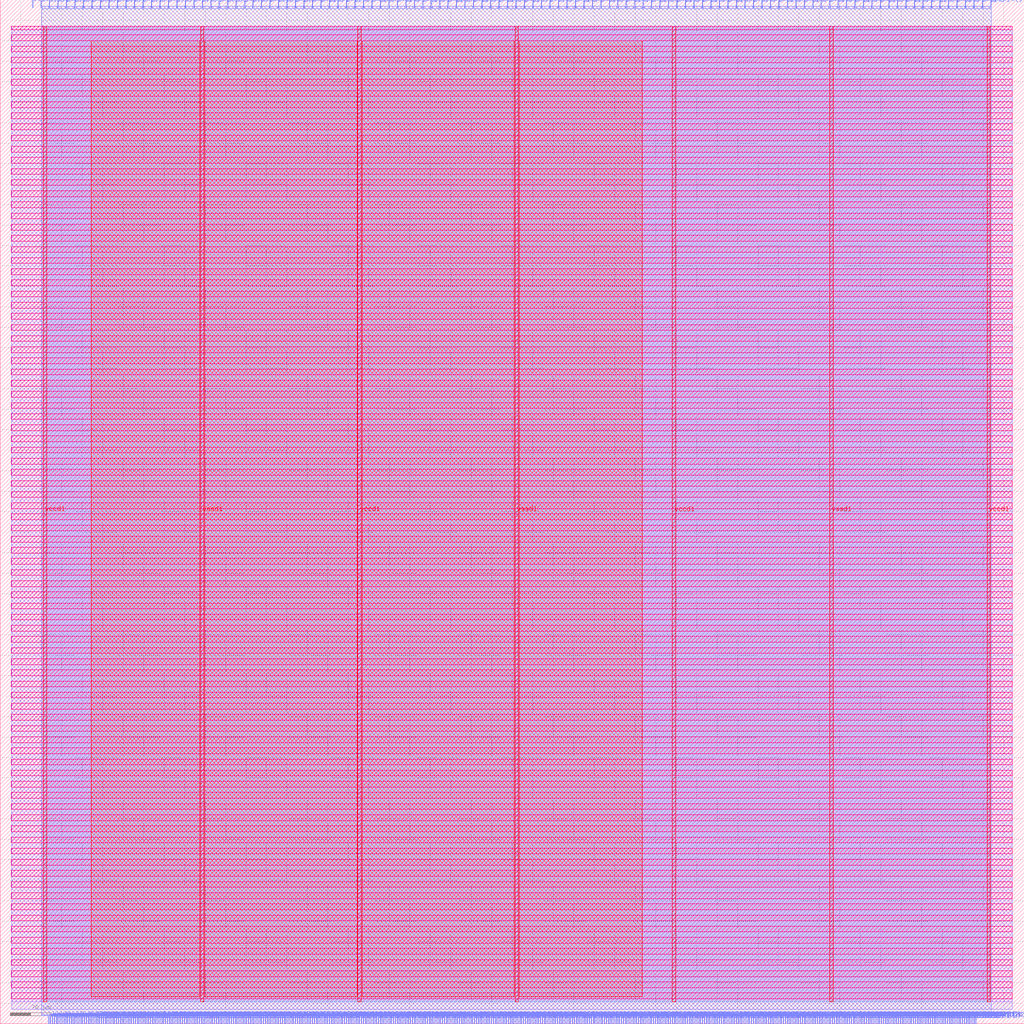
<source format=lef>
VERSION 5.7 ;
  NOWIREEXTENSIONATPIN ON ;
  DIVIDERCHAR "/" ;
  BUSBITCHARS "[]" ;
MACRO user_proj_example
  CLASS BLOCK ;
  FOREIGN user_proj_example ;
  ORIGIN 0.000 0.000 ;
  SIZE 500.000 BY 500.000 ;
  PIN io_in[0]
    DIRECTION INPUT ;
    USE SIGNAL ;
    PORT
      LAYER met2 ;
        RECT 15.730 496.000 16.010 500.000 ;
    END
  END io_in[0]
  PIN io_in[10]
    DIRECTION INPUT ;
    USE SIGNAL ;
    PORT
      LAYER met2 ;
        RECT 139.930 496.000 140.210 500.000 ;
    END
  END io_in[10]
  PIN io_in[11]
    DIRECTION INPUT ;
    USE SIGNAL ;
    PORT
      LAYER met2 ;
        RECT 152.350 496.000 152.630 500.000 ;
    END
  END io_in[11]
  PIN io_in[12]
    DIRECTION INPUT ;
    USE SIGNAL ;
    PORT
      LAYER met2 ;
        RECT 164.770 496.000 165.050 500.000 ;
    END
  END io_in[12]
  PIN io_in[13]
    DIRECTION INPUT ;
    USE SIGNAL ;
    PORT
      LAYER met2 ;
        RECT 177.190 496.000 177.470 500.000 ;
    END
  END io_in[13]
  PIN io_in[14]
    DIRECTION INPUT ;
    USE SIGNAL ;
    PORT
      LAYER met2 ;
        RECT 189.610 496.000 189.890 500.000 ;
    END
  END io_in[14]
  PIN io_in[15]
    DIRECTION INPUT ;
    USE SIGNAL ;
    PORT
      LAYER met2 ;
        RECT 202.030 496.000 202.310 500.000 ;
    END
  END io_in[15]
  PIN io_in[16]
    DIRECTION INPUT ;
    USE SIGNAL ;
    PORT
      LAYER met2 ;
        RECT 214.450 496.000 214.730 500.000 ;
    END
  END io_in[16]
  PIN io_in[17]
    DIRECTION INPUT ;
    USE SIGNAL ;
    PORT
      LAYER met2 ;
        RECT 226.870 496.000 227.150 500.000 ;
    END
  END io_in[17]
  PIN io_in[18]
    DIRECTION INPUT ;
    USE SIGNAL ;
    PORT
      LAYER met2 ;
        RECT 239.290 496.000 239.570 500.000 ;
    END
  END io_in[18]
  PIN io_in[19]
    DIRECTION INPUT ;
    USE SIGNAL ;
    PORT
      LAYER met2 ;
        RECT 251.710 496.000 251.990 500.000 ;
    END
  END io_in[19]
  PIN io_in[1]
    DIRECTION INPUT ;
    USE SIGNAL ;
    PORT
      LAYER met2 ;
        RECT 28.150 496.000 28.430 500.000 ;
    END
  END io_in[1]
  PIN io_in[20]
    DIRECTION INPUT ;
    USE SIGNAL ;
    PORT
      LAYER met2 ;
        RECT 264.130 496.000 264.410 500.000 ;
    END
  END io_in[20]
  PIN io_in[21]
    DIRECTION INPUT ;
    USE SIGNAL ;
    PORT
      LAYER met2 ;
        RECT 276.550 496.000 276.830 500.000 ;
    END
  END io_in[21]
  PIN io_in[22]
    DIRECTION INPUT ;
    USE SIGNAL ;
    PORT
      LAYER met2 ;
        RECT 288.970 496.000 289.250 500.000 ;
    END
  END io_in[22]
  PIN io_in[23]
    DIRECTION INPUT ;
    USE SIGNAL ;
    PORT
      LAYER met2 ;
        RECT 301.390 496.000 301.670 500.000 ;
    END
  END io_in[23]
  PIN io_in[24]
    DIRECTION INPUT ;
    USE SIGNAL ;
    PORT
      LAYER met2 ;
        RECT 313.810 496.000 314.090 500.000 ;
    END
  END io_in[24]
  PIN io_in[25]
    DIRECTION INPUT ;
    USE SIGNAL ;
    PORT
      LAYER met2 ;
        RECT 326.230 496.000 326.510 500.000 ;
    END
  END io_in[25]
  PIN io_in[26]
    DIRECTION INPUT ;
    USE SIGNAL ;
    PORT
      LAYER met2 ;
        RECT 338.650 496.000 338.930 500.000 ;
    END
  END io_in[26]
  PIN io_in[27]
    DIRECTION INPUT ;
    USE SIGNAL ;
    PORT
      LAYER met2 ;
        RECT 351.070 496.000 351.350 500.000 ;
    END
  END io_in[27]
  PIN io_in[28]
    DIRECTION INPUT ;
    USE SIGNAL ;
    PORT
      LAYER met2 ;
        RECT 363.490 496.000 363.770 500.000 ;
    END
  END io_in[28]
  PIN io_in[29]
    DIRECTION INPUT ;
    USE SIGNAL ;
    PORT
      LAYER met2 ;
        RECT 375.910 496.000 376.190 500.000 ;
    END
  END io_in[29]
  PIN io_in[2]
    DIRECTION INPUT ;
    USE SIGNAL ;
    PORT
      LAYER met2 ;
        RECT 40.570 496.000 40.850 500.000 ;
    END
  END io_in[2]
  PIN io_in[30]
    DIRECTION INPUT ;
    USE SIGNAL ;
    PORT
      LAYER met2 ;
        RECT 388.330 496.000 388.610 500.000 ;
    END
  END io_in[30]
  PIN io_in[31]
    DIRECTION INPUT ;
    USE SIGNAL ;
    PORT
      LAYER met2 ;
        RECT 400.750 496.000 401.030 500.000 ;
    END
  END io_in[31]
  PIN io_in[32]
    DIRECTION INPUT ;
    USE SIGNAL ;
    PORT
      LAYER met2 ;
        RECT 413.170 496.000 413.450 500.000 ;
    END
  END io_in[32]
  PIN io_in[33]
    DIRECTION INPUT ;
    USE SIGNAL ;
    PORT
      LAYER met2 ;
        RECT 425.590 496.000 425.870 500.000 ;
    END
  END io_in[33]
  PIN io_in[34]
    DIRECTION INPUT ;
    USE SIGNAL ;
    PORT
      LAYER met2 ;
        RECT 438.010 496.000 438.290 500.000 ;
    END
  END io_in[34]
  PIN io_in[35]
    DIRECTION INPUT ;
    USE SIGNAL ;
    PORT
      LAYER met2 ;
        RECT 450.430 496.000 450.710 500.000 ;
    END
  END io_in[35]
  PIN io_in[36]
    DIRECTION INPUT ;
    USE SIGNAL ;
    PORT
      LAYER met2 ;
        RECT 462.850 496.000 463.130 500.000 ;
    END
  END io_in[36]
  PIN io_in[37]
    DIRECTION INPUT ;
    USE SIGNAL ;
    PORT
      LAYER met2 ;
        RECT 475.270 496.000 475.550 500.000 ;
    END
  END io_in[37]
  PIN io_in[3]
    DIRECTION INPUT ;
    USE SIGNAL ;
    PORT
      LAYER met2 ;
        RECT 52.990 496.000 53.270 500.000 ;
    END
  END io_in[3]
  PIN io_in[4]
    DIRECTION INPUT ;
    USE SIGNAL ;
    PORT
      LAYER met2 ;
        RECT 65.410 496.000 65.690 500.000 ;
    END
  END io_in[4]
  PIN io_in[5]
    DIRECTION INPUT ;
    USE SIGNAL ;
    PORT
      LAYER met2 ;
        RECT 77.830 496.000 78.110 500.000 ;
    END
  END io_in[5]
  PIN io_in[6]
    DIRECTION INPUT ;
    USE SIGNAL ;
    PORT
      LAYER met2 ;
        RECT 90.250 496.000 90.530 500.000 ;
    END
  END io_in[6]
  PIN io_in[7]
    DIRECTION INPUT ;
    USE SIGNAL ;
    PORT
      LAYER met2 ;
        RECT 102.670 496.000 102.950 500.000 ;
    END
  END io_in[7]
  PIN io_in[8]
    DIRECTION INPUT ;
    USE SIGNAL ;
    PORT
      LAYER met2 ;
        RECT 115.090 496.000 115.370 500.000 ;
    END
  END io_in[8]
  PIN io_in[9]
    DIRECTION INPUT ;
    USE SIGNAL ;
    PORT
      LAYER met2 ;
        RECT 127.510 496.000 127.790 500.000 ;
    END
  END io_in[9]
  PIN io_oeb[0]
    DIRECTION OUTPUT TRISTATE ;
    USE SIGNAL ;
    PORT
      LAYER met2 ;
        RECT 19.870 496.000 20.150 500.000 ;
    END
  END io_oeb[0]
  PIN io_oeb[10]
    DIRECTION OUTPUT TRISTATE ;
    USE SIGNAL ;
    PORT
      LAYER met2 ;
        RECT 144.070 496.000 144.350 500.000 ;
    END
  END io_oeb[10]
  PIN io_oeb[11]
    DIRECTION OUTPUT TRISTATE ;
    USE SIGNAL ;
    PORT
      LAYER met2 ;
        RECT 156.490 496.000 156.770 500.000 ;
    END
  END io_oeb[11]
  PIN io_oeb[12]
    DIRECTION OUTPUT TRISTATE ;
    USE SIGNAL ;
    PORT
      LAYER met2 ;
        RECT 168.910 496.000 169.190 500.000 ;
    END
  END io_oeb[12]
  PIN io_oeb[13]
    DIRECTION OUTPUT TRISTATE ;
    USE SIGNAL ;
    PORT
      LAYER met2 ;
        RECT 181.330 496.000 181.610 500.000 ;
    END
  END io_oeb[13]
  PIN io_oeb[14]
    DIRECTION OUTPUT TRISTATE ;
    USE SIGNAL ;
    PORT
      LAYER met2 ;
        RECT 193.750 496.000 194.030 500.000 ;
    END
  END io_oeb[14]
  PIN io_oeb[15]
    DIRECTION OUTPUT TRISTATE ;
    USE SIGNAL ;
    PORT
      LAYER met2 ;
        RECT 206.170 496.000 206.450 500.000 ;
    END
  END io_oeb[15]
  PIN io_oeb[16]
    DIRECTION OUTPUT TRISTATE ;
    USE SIGNAL ;
    PORT
      LAYER met2 ;
        RECT 218.590 496.000 218.870 500.000 ;
    END
  END io_oeb[16]
  PIN io_oeb[17]
    DIRECTION OUTPUT TRISTATE ;
    USE SIGNAL ;
    PORT
      LAYER met2 ;
        RECT 231.010 496.000 231.290 500.000 ;
    END
  END io_oeb[17]
  PIN io_oeb[18]
    DIRECTION OUTPUT TRISTATE ;
    USE SIGNAL ;
    PORT
      LAYER met2 ;
        RECT 243.430 496.000 243.710 500.000 ;
    END
  END io_oeb[18]
  PIN io_oeb[19]
    DIRECTION OUTPUT TRISTATE ;
    USE SIGNAL ;
    PORT
      LAYER met2 ;
        RECT 255.850 496.000 256.130 500.000 ;
    END
  END io_oeb[19]
  PIN io_oeb[1]
    DIRECTION OUTPUT TRISTATE ;
    USE SIGNAL ;
    PORT
      LAYER met2 ;
        RECT 32.290 496.000 32.570 500.000 ;
    END
  END io_oeb[1]
  PIN io_oeb[20]
    DIRECTION OUTPUT TRISTATE ;
    USE SIGNAL ;
    PORT
      LAYER met2 ;
        RECT 268.270 496.000 268.550 500.000 ;
    END
  END io_oeb[20]
  PIN io_oeb[21]
    DIRECTION OUTPUT TRISTATE ;
    USE SIGNAL ;
    PORT
      LAYER met2 ;
        RECT 280.690 496.000 280.970 500.000 ;
    END
  END io_oeb[21]
  PIN io_oeb[22]
    DIRECTION OUTPUT TRISTATE ;
    USE SIGNAL ;
    PORT
      LAYER met2 ;
        RECT 293.110 496.000 293.390 500.000 ;
    END
  END io_oeb[22]
  PIN io_oeb[23]
    DIRECTION OUTPUT TRISTATE ;
    USE SIGNAL ;
    PORT
      LAYER met2 ;
        RECT 305.530 496.000 305.810 500.000 ;
    END
  END io_oeb[23]
  PIN io_oeb[24]
    DIRECTION OUTPUT TRISTATE ;
    USE SIGNAL ;
    PORT
      LAYER met2 ;
        RECT 317.950 496.000 318.230 500.000 ;
    END
  END io_oeb[24]
  PIN io_oeb[25]
    DIRECTION OUTPUT TRISTATE ;
    USE SIGNAL ;
    PORT
      LAYER met2 ;
        RECT 330.370 496.000 330.650 500.000 ;
    END
  END io_oeb[25]
  PIN io_oeb[26]
    DIRECTION OUTPUT TRISTATE ;
    USE SIGNAL ;
    PORT
      LAYER met2 ;
        RECT 342.790 496.000 343.070 500.000 ;
    END
  END io_oeb[26]
  PIN io_oeb[27]
    DIRECTION OUTPUT TRISTATE ;
    USE SIGNAL ;
    PORT
      LAYER met2 ;
        RECT 355.210 496.000 355.490 500.000 ;
    END
  END io_oeb[27]
  PIN io_oeb[28]
    DIRECTION OUTPUT TRISTATE ;
    USE SIGNAL ;
    PORT
      LAYER met2 ;
        RECT 367.630 496.000 367.910 500.000 ;
    END
  END io_oeb[28]
  PIN io_oeb[29]
    DIRECTION OUTPUT TRISTATE ;
    USE SIGNAL ;
    PORT
      LAYER met2 ;
        RECT 380.050 496.000 380.330 500.000 ;
    END
  END io_oeb[29]
  PIN io_oeb[2]
    DIRECTION OUTPUT TRISTATE ;
    USE SIGNAL ;
    PORT
      LAYER met2 ;
        RECT 44.710 496.000 44.990 500.000 ;
    END
  END io_oeb[2]
  PIN io_oeb[30]
    DIRECTION OUTPUT TRISTATE ;
    USE SIGNAL ;
    PORT
      LAYER met2 ;
        RECT 392.470 496.000 392.750 500.000 ;
    END
  END io_oeb[30]
  PIN io_oeb[31]
    DIRECTION OUTPUT TRISTATE ;
    USE SIGNAL ;
    PORT
      LAYER met2 ;
        RECT 404.890 496.000 405.170 500.000 ;
    END
  END io_oeb[31]
  PIN io_oeb[32]
    DIRECTION OUTPUT TRISTATE ;
    USE SIGNAL ;
    PORT
      LAYER met2 ;
        RECT 417.310 496.000 417.590 500.000 ;
    END
  END io_oeb[32]
  PIN io_oeb[33]
    DIRECTION OUTPUT TRISTATE ;
    USE SIGNAL ;
    PORT
      LAYER met2 ;
        RECT 429.730 496.000 430.010 500.000 ;
    END
  END io_oeb[33]
  PIN io_oeb[34]
    DIRECTION OUTPUT TRISTATE ;
    USE SIGNAL ;
    PORT
      LAYER met2 ;
        RECT 442.150 496.000 442.430 500.000 ;
    END
  END io_oeb[34]
  PIN io_oeb[35]
    DIRECTION OUTPUT TRISTATE ;
    USE SIGNAL ;
    PORT
      LAYER met2 ;
        RECT 454.570 496.000 454.850 500.000 ;
    END
  END io_oeb[35]
  PIN io_oeb[36]
    DIRECTION OUTPUT TRISTATE ;
    USE SIGNAL ;
    PORT
      LAYER met2 ;
        RECT 466.990 496.000 467.270 500.000 ;
    END
  END io_oeb[36]
  PIN io_oeb[37]
    DIRECTION OUTPUT TRISTATE ;
    USE SIGNAL ;
    PORT
      LAYER met2 ;
        RECT 479.410 496.000 479.690 500.000 ;
    END
  END io_oeb[37]
  PIN io_oeb[3]
    DIRECTION OUTPUT TRISTATE ;
    USE SIGNAL ;
    PORT
      LAYER met2 ;
        RECT 57.130 496.000 57.410 500.000 ;
    END
  END io_oeb[3]
  PIN io_oeb[4]
    DIRECTION OUTPUT TRISTATE ;
    USE SIGNAL ;
    PORT
      LAYER met2 ;
        RECT 69.550 496.000 69.830 500.000 ;
    END
  END io_oeb[4]
  PIN io_oeb[5]
    DIRECTION OUTPUT TRISTATE ;
    USE SIGNAL ;
    PORT
      LAYER met2 ;
        RECT 81.970 496.000 82.250 500.000 ;
    END
  END io_oeb[5]
  PIN io_oeb[6]
    DIRECTION OUTPUT TRISTATE ;
    USE SIGNAL ;
    PORT
      LAYER met2 ;
        RECT 94.390 496.000 94.670 500.000 ;
    END
  END io_oeb[6]
  PIN io_oeb[7]
    DIRECTION OUTPUT TRISTATE ;
    USE SIGNAL ;
    PORT
      LAYER met2 ;
        RECT 106.810 496.000 107.090 500.000 ;
    END
  END io_oeb[7]
  PIN io_oeb[8]
    DIRECTION OUTPUT TRISTATE ;
    USE SIGNAL ;
    PORT
      LAYER met2 ;
        RECT 119.230 496.000 119.510 500.000 ;
    END
  END io_oeb[8]
  PIN io_oeb[9]
    DIRECTION OUTPUT TRISTATE ;
    USE SIGNAL ;
    PORT
      LAYER met2 ;
        RECT 131.650 496.000 131.930 500.000 ;
    END
  END io_oeb[9]
  PIN io_out[0]
    DIRECTION OUTPUT TRISTATE ;
    USE SIGNAL ;
    PORT
      LAYER met2 ;
        RECT 24.010 496.000 24.290 500.000 ;
    END
  END io_out[0]
  PIN io_out[10]
    DIRECTION OUTPUT TRISTATE ;
    USE SIGNAL ;
    PORT
      LAYER met2 ;
        RECT 148.210 496.000 148.490 500.000 ;
    END
  END io_out[10]
  PIN io_out[11]
    DIRECTION OUTPUT TRISTATE ;
    USE SIGNAL ;
    PORT
      LAYER met2 ;
        RECT 160.630 496.000 160.910 500.000 ;
    END
  END io_out[11]
  PIN io_out[12]
    DIRECTION OUTPUT TRISTATE ;
    USE SIGNAL ;
    PORT
      LAYER met2 ;
        RECT 173.050 496.000 173.330 500.000 ;
    END
  END io_out[12]
  PIN io_out[13]
    DIRECTION OUTPUT TRISTATE ;
    USE SIGNAL ;
    PORT
      LAYER met2 ;
        RECT 185.470 496.000 185.750 500.000 ;
    END
  END io_out[13]
  PIN io_out[14]
    DIRECTION OUTPUT TRISTATE ;
    USE SIGNAL ;
    PORT
      LAYER met2 ;
        RECT 197.890 496.000 198.170 500.000 ;
    END
  END io_out[14]
  PIN io_out[15]
    DIRECTION OUTPUT TRISTATE ;
    USE SIGNAL ;
    PORT
      LAYER met2 ;
        RECT 210.310 496.000 210.590 500.000 ;
    END
  END io_out[15]
  PIN io_out[16]
    DIRECTION OUTPUT TRISTATE ;
    USE SIGNAL ;
    PORT
      LAYER met2 ;
        RECT 222.730 496.000 223.010 500.000 ;
    END
  END io_out[16]
  PIN io_out[17]
    DIRECTION OUTPUT TRISTATE ;
    USE SIGNAL ;
    PORT
      LAYER met2 ;
        RECT 235.150 496.000 235.430 500.000 ;
    END
  END io_out[17]
  PIN io_out[18]
    DIRECTION OUTPUT TRISTATE ;
    USE SIGNAL ;
    PORT
      LAYER met2 ;
        RECT 247.570 496.000 247.850 500.000 ;
    END
  END io_out[18]
  PIN io_out[19]
    DIRECTION OUTPUT TRISTATE ;
    USE SIGNAL ;
    PORT
      LAYER met2 ;
        RECT 259.990 496.000 260.270 500.000 ;
    END
  END io_out[19]
  PIN io_out[1]
    DIRECTION OUTPUT TRISTATE ;
    USE SIGNAL ;
    PORT
      LAYER met2 ;
        RECT 36.430 496.000 36.710 500.000 ;
    END
  END io_out[1]
  PIN io_out[20]
    DIRECTION OUTPUT TRISTATE ;
    USE SIGNAL ;
    PORT
      LAYER met2 ;
        RECT 272.410 496.000 272.690 500.000 ;
    END
  END io_out[20]
  PIN io_out[21]
    DIRECTION OUTPUT TRISTATE ;
    USE SIGNAL ;
    PORT
      LAYER met2 ;
        RECT 284.830 496.000 285.110 500.000 ;
    END
  END io_out[21]
  PIN io_out[22]
    DIRECTION OUTPUT TRISTATE ;
    USE SIGNAL ;
    PORT
      LAYER met2 ;
        RECT 297.250 496.000 297.530 500.000 ;
    END
  END io_out[22]
  PIN io_out[23]
    DIRECTION OUTPUT TRISTATE ;
    USE SIGNAL ;
    PORT
      LAYER met2 ;
        RECT 309.670 496.000 309.950 500.000 ;
    END
  END io_out[23]
  PIN io_out[24]
    DIRECTION OUTPUT TRISTATE ;
    USE SIGNAL ;
    PORT
      LAYER met2 ;
        RECT 322.090 496.000 322.370 500.000 ;
    END
  END io_out[24]
  PIN io_out[25]
    DIRECTION OUTPUT TRISTATE ;
    USE SIGNAL ;
    PORT
      LAYER met2 ;
        RECT 334.510 496.000 334.790 500.000 ;
    END
  END io_out[25]
  PIN io_out[26]
    DIRECTION OUTPUT TRISTATE ;
    USE SIGNAL ;
    PORT
      LAYER met2 ;
        RECT 346.930 496.000 347.210 500.000 ;
    END
  END io_out[26]
  PIN io_out[27]
    DIRECTION OUTPUT TRISTATE ;
    USE SIGNAL ;
    PORT
      LAYER met2 ;
        RECT 359.350 496.000 359.630 500.000 ;
    END
  END io_out[27]
  PIN io_out[28]
    DIRECTION OUTPUT TRISTATE ;
    USE SIGNAL ;
    PORT
      LAYER met2 ;
        RECT 371.770 496.000 372.050 500.000 ;
    END
  END io_out[28]
  PIN io_out[29]
    DIRECTION OUTPUT TRISTATE ;
    USE SIGNAL ;
    PORT
      LAYER met2 ;
        RECT 384.190 496.000 384.470 500.000 ;
    END
  END io_out[29]
  PIN io_out[2]
    DIRECTION OUTPUT TRISTATE ;
    USE SIGNAL ;
    PORT
      LAYER met2 ;
        RECT 48.850 496.000 49.130 500.000 ;
    END
  END io_out[2]
  PIN io_out[30]
    DIRECTION OUTPUT TRISTATE ;
    USE SIGNAL ;
    PORT
      LAYER met2 ;
        RECT 396.610 496.000 396.890 500.000 ;
    END
  END io_out[30]
  PIN io_out[31]
    DIRECTION OUTPUT TRISTATE ;
    USE SIGNAL ;
    PORT
      LAYER met2 ;
        RECT 409.030 496.000 409.310 500.000 ;
    END
  END io_out[31]
  PIN io_out[32]
    DIRECTION OUTPUT TRISTATE ;
    USE SIGNAL ;
    PORT
      LAYER met2 ;
        RECT 421.450 496.000 421.730 500.000 ;
    END
  END io_out[32]
  PIN io_out[33]
    DIRECTION OUTPUT TRISTATE ;
    USE SIGNAL ;
    PORT
      LAYER met2 ;
        RECT 433.870 496.000 434.150 500.000 ;
    END
  END io_out[33]
  PIN io_out[34]
    DIRECTION OUTPUT TRISTATE ;
    USE SIGNAL ;
    PORT
      LAYER met2 ;
        RECT 446.290 496.000 446.570 500.000 ;
    END
  END io_out[34]
  PIN io_out[35]
    DIRECTION OUTPUT TRISTATE ;
    USE SIGNAL ;
    PORT
      LAYER met2 ;
        RECT 458.710 496.000 458.990 500.000 ;
    END
  END io_out[35]
  PIN io_out[36]
    DIRECTION OUTPUT TRISTATE ;
    USE SIGNAL ;
    PORT
      LAYER met2 ;
        RECT 471.130 496.000 471.410 500.000 ;
    END
  END io_out[36]
  PIN io_out[37]
    DIRECTION OUTPUT TRISTATE ;
    USE SIGNAL ;
    PORT
      LAYER met2 ;
        RECT 483.550 496.000 483.830 500.000 ;
    END
  END io_out[37]
  PIN io_out[3]
    DIRECTION OUTPUT TRISTATE ;
    USE SIGNAL ;
    PORT
      LAYER met2 ;
        RECT 61.270 496.000 61.550 500.000 ;
    END
  END io_out[3]
  PIN io_out[4]
    DIRECTION OUTPUT TRISTATE ;
    USE SIGNAL ;
    PORT
      LAYER met2 ;
        RECT 73.690 496.000 73.970 500.000 ;
    END
  END io_out[4]
  PIN io_out[5]
    DIRECTION OUTPUT TRISTATE ;
    USE SIGNAL ;
    PORT
      LAYER met2 ;
        RECT 86.110 496.000 86.390 500.000 ;
    END
  END io_out[5]
  PIN io_out[6]
    DIRECTION OUTPUT TRISTATE ;
    USE SIGNAL ;
    PORT
      LAYER met2 ;
        RECT 98.530 496.000 98.810 500.000 ;
    END
  END io_out[6]
  PIN io_out[7]
    DIRECTION OUTPUT TRISTATE ;
    USE SIGNAL ;
    PORT
      LAYER met2 ;
        RECT 110.950 496.000 111.230 500.000 ;
    END
  END io_out[7]
  PIN io_out[8]
    DIRECTION OUTPUT TRISTATE ;
    USE SIGNAL ;
    PORT
      LAYER met2 ;
        RECT 123.370 496.000 123.650 500.000 ;
    END
  END io_out[8]
  PIN io_out[9]
    DIRECTION OUTPUT TRISTATE ;
    USE SIGNAL ;
    PORT
      LAYER met2 ;
        RECT 135.790 496.000 136.070 500.000 ;
    END
  END io_out[9]
  PIN irq[0]
    DIRECTION OUTPUT TRISTATE ;
    USE SIGNAL ;
    PORT
      LAYER met2 ;
        RECT 474.350 0.000 474.630 4.000 ;
    END
  END irq[0]
  PIN irq[1]
    DIRECTION OUTPUT TRISTATE ;
    USE SIGNAL ;
    PORT
      LAYER met2 ;
        RECT 475.270 0.000 475.550 4.000 ;
    END
  END irq[1]
  PIN irq[2]
    DIRECTION OUTPUT TRISTATE ;
    USE SIGNAL ;
    PORT
      LAYER met2 ;
        RECT 476.190 0.000 476.470 4.000 ;
    END
  END irq[2]
  PIN la_data_in[0]
    DIRECTION INPUT ;
    USE SIGNAL ;
    PORT
      LAYER met2 ;
        RECT 121.070 0.000 121.350 4.000 ;
    END
  END la_data_in[0]
  PIN la_data_in[100]
    DIRECTION INPUT ;
    USE SIGNAL ;
    PORT
      LAYER met2 ;
        RECT 397.070 0.000 397.350 4.000 ;
    END
  END la_data_in[100]
  PIN la_data_in[101]
    DIRECTION INPUT ;
    USE SIGNAL ;
    PORT
      LAYER met2 ;
        RECT 399.830 0.000 400.110 4.000 ;
    END
  END la_data_in[101]
  PIN la_data_in[102]
    DIRECTION INPUT ;
    USE SIGNAL ;
    PORT
      LAYER met2 ;
        RECT 402.590 0.000 402.870 4.000 ;
    END
  END la_data_in[102]
  PIN la_data_in[103]
    DIRECTION INPUT ;
    USE SIGNAL ;
    PORT
      LAYER met2 ;
        RECT 405.350 0.000 405.630 4.000 ;
    END
  END la_data_in[103]
  PIN la_data_in[104]
    DIRECTION INPUT ;
    USE SIGNAL ;
    PORT
      LAYER met2 ;
        RECT 408.110 0.000 408.390 4.000 ;
    END
  END la_data_in[104]
  PIN la_data_in[105]
    DIRECTION INPUT ;
    USE SIGNAL ;
    PORT
      LAYER met2 ;
        RECT 410.870 0.000 411.150 4.000 ;
    END
  END la_data_in[105]
  PIN la_data_in[106]
    DIRECTION INPUT ;
    USE SIGNAL ;
    PORT
      LAYER met2 ;
        RECT 413.630 0.000 413.910 4.000 ;
    END
  END la_data_in[106]
  PIN la_data_in[107]
    DIRECTION INPUT ;
    USE SIGNAL ;
    PORT
      LAYER met2 ;
        RECT 416.390 0.000 416.670 4.000 ;
    END
  END la_data_in[107]
  PIN la_data_in[108]
    DIRECTION INPUT ;
    USE SIGNAL ;
    PORT
      LAYER met2 ;
        RECT 419.150 0.000 419.430 4.000 ;
    END
  END la_data_in[108]
  PIN la_data_in[109]
    DIRECTION INPUT ;
    USE SIGNAL ;
    PORT
      LAYER met2 ;
        RECT 421.910 0.000 422.190 4.000 ;
    END
  END la_data_in[109]
  PIN la_data_in[10]
    DIRECTION INPUT ;
    USE SIGNAL ;
    PORT
      LAYER met2 ;
        RECT 148.670 0.000 148.950 4.000 ;
    END
  END la_data_in[10]
  PIN la_data_in[110]
    DIRECTION INPUT ;
    USE SIGNAL ;
    PORT
      LAYER met2 ;
        RECT 424.670 0.000 424.950 4.000 ;
    END
  END la_data_in[110]
  PIN la_data_in[111]
    DIRECTION INPUT ;
    USE SIGNAL ;
    PORT
      LAYER met2 ;
        RECT 427.430 0.000 427.710 4.000 ;
    END
  END la_data_in[111]
  PIN la_data_in[112]
    DIRECTION INPUT ;
    USE SIGNAL ;
    PORT
      LAYER met2 ;
        RECT 430.190 0.000 430.470 4.000 ;
    END
  END la_data_in[112]
  PIN la_data_in[113]
    DIRECTION INPUT ;
    USE SIGNAL ;
    PORT
      LAYER met2 ;
        RECT 432.950 0.000 433.230 4.000 ;
    END
  END la_data_in[113]
  PIN la_data_in[114]
    DIRECTION INPUT ;
    USE SIGNAL ;
    PORT
      LAYER met2 ;
        RECT 435.710 0.000 435.990 4.000 ;
    END
  END la_data_in[114]
  PIN la_data_in[115]
    DIRECTION INPUT ;
    USE SIGNAL ;
    PORT
      LAYER met2 ;
        RECT 438.470 0.000 438.750 4.000 ;
    END
  END la_data_in[115]
  PIN la_data_in[116]
    DIRECTION INPUT ;
    USE SIGNAL ;
    PORT
      LAYER met2 ;
        RECT 441.230 0.000 441.510 4.000 ;
    END
  END la_data_in[116]
  PIN la_data_in[117]
    DIRECTION INPUT ;
    USE SIGNAL ;
    PORT
      LAYER met2 ;
        RECT 443.990 0.000 444.270 4.000 ;
    END
  END la_data_in[117]
  PIN la_data_in[118]
    DIRECTION INPUT ;
    USE SIGNAL ;
    PORT
      LAYER met2 ;
        RECT 446.750 0.000 447.030 4.000 ;
    END
  END la_data_in[118]
  PIN la_data_in[119]
    DIRECTION INPUT ;
    USE SIGNAL ;
    PORT
      LAYER met2 ;
        RECT 449.510 0.000 449.790 4.000 ;
    END
  END la_data_in[119]
  PIN la_data_in[11]
    DIRECTION INPUT ;
    USE SIGNAL ;
    PORT
      LAYER met2 ;
        RECT 151.430 0.000 151.710 4.000 ;
    END
  END la_data_in[11]
  PIN la_data_in[120]
    DIRECTION INPUT ;
    USE SIGNAL ;
    PORT
      LAYER met2 ;
        RECT 452.270 0.000 452.550 4.000 ;
    END
  END la_data_in[120]
  PIN la_data_in[121]
    DIRECTION INPUT ;
    USE SIGNAL ;
    PORT
      LAYER met2 ;
        RECT 455.030 0.000 455.310 4.000 ;
    END
  END la_data_in[121]
  PIN la_data_in[122]
    DIRECTION INPUT ;
    USE SIGNAL ;
    PORT
      LAYER met2 ;
        RECT 457.790 0.000 458.070 4.000 ;
    END
  END la_data_in[122]
  PIN la_data_in[123]
    DIRECTION INPUT ;
    USE SIGNAL ;
    PORT
      LAYER met2 ;
        RECT 460.550 0.000 460.830 4.000 ;
    END
  END la_data_in[123]
  PIN la_data_in[124]
    DIRECTION INPUT ;
    USE SIGNAL ;
    PORT
      LAYER met2 ;
        RECT 463.310 0.000 463.590 4.000 ;
    END
  END la_data_in[124]
  PIN la_data_in[125]
    DIRECTION INPUT ;
    USE SIGNAL ;
    PORT
      LAYER met2 ;
        RECT 466.070 0.000 466.350 4.000 ;
    END
  END la_data_in[125]
  PIN la_data_in[126]
    DIRECTION INPUT ;
    USE SIGNAL ;
    PORT
      LAYER met2 ;
        RECT 468.830 0.000 469.110 4.000 ;
    END
  END la_data_in[126]
  PIN la_data_in[127]
    DIRECTION INPUT ;
    USE SIGNAL ;
    PORT
      LAYER met2 ;
        RECT 471.590 0.000 471.870 4.000 ;
    END
  END la_data_in[127]
  PIN la_data_in[12]
    DIRECTION INPUT ;
    USE SIGNAL ;
    PORT
      LAYER met2 ;
        RECT 154.190 0.000 154.470 4.000 ;
    END
  END la_data_in[12]
  PIN la_data_in[13]
    DIRECTION INPUT ;
    USE SIGNAL ;
    PORT
      LAYER met2 ;
        RECT 156.950 0.000 157.230 4.000 ;
    END
  END la_data_in[13]
  PIN la_data_in[14]
    DIRECTION INPUT ;
    USE SIGNAL ;
    PORT
      LAYER met2 ;
        RECT 159.710 0.000 159.990 4.000 ;
    END
  END la_data_in[14]
  PIN la_data_in[15]
    DIRECTION INPUT ;
    USE SIGNAL ;
    PORT
      LAYER met2 ;
        RECT 162.470 0.000 162.750 4.000 ;
    END
  END la_data_in[15]
  PIN la_data_in[16]
    DIRECTION INPUT ;
    USE SIGNAL ;
    PORT
      LAYER met2 ;
        RECT 165.230 0.000 165.510 4.000 ;
    END
  END la_data_in[16]
  PIN la_data_in[17]
    DIRECTION INPUT ;
    USE SIGNAL ;
    PORT
      LAYER met2 ;
        RECT 167.990 0.000 168.270 4.000 ;
    END
  END la_data_in[17]
  PIN la_data_in[18]
    DIRECTION INPUT ;
    USE SIGNAL ;
    PORT
      LAYER met2 ;
        RECT 170.750 0.000 171.030 4.000 ;
    END
  END la_data_in[18]
  PIN la_data_in[19]
    DIRECTION INPUT ;
    USE SIGNAL ;
    PORT
      LAYER met2 ;
        RECT 173.510 0.000 173.790 4.000 ;
    END
  END la_data_in[19]
  PIN la_data_in[1]
    DIRECTION INPUT ;
    USE SIGNAL ;
    PORT
      LAYER met2 ;
        RECT 123.830 0.000 124.110 4.000 ;
    END
  END la_data_in[1]
  PIN la_data_in[20]
    DIRECTION INPUT ;
    USE SIGNAL ;
    PORT
      LAYER met2 ;
        RECT 176.270 0.000 176.550 4.000 ;
    END
  END la_data_in[20]
  PIN la_data_in[21]
    DIRECTION INPUT ;
    USE SIGNAL ;
    PORT
      LAYER met2 ;
        RECT 179.030 0.000 179.310 4.000 ;
    END
  END la_data_in[21]
  PIN la_data_in[22]
    DIRECTION INPUT ;
    USE SIGNAL ;
    PORT
      LAYER met2 ;
        RECT 181.790 0.000 182.070 4.000 ;
    END
  END la_data_in[22]
  PIN la_data_in[23]
    DIRECTION INPUT ;
    USE SIGNAL ;
    PORT
      LAYER met2 ;
        RECT 184.550 0.000 184.830 4.000 ;
    END
  END la_data_in[23]
  PIN la_data_in[24]
    DIRECTION INPUT ;
    USE SIGNAL ;
    PORT
      LAYER met2 ;
        RECT 187.310 0.000 187.590 4.000 ;
    END
  END la_data_in[24]
  PIN la_data_in[25]
    DIRECTION INPUT ;
    USE SIGNAL ;
    PORT
      LAYER met2 ;
        RECT 190.070 0.000 190.350 4.000 ;
    END
  END la_data_in[25]
  PIN la_data_in[26]
    DIRECTION INPUT ;
    USE SIGNAL ;
    PORT
      LAYER met2 ;
        RECT 192.830 0.000 193.110 4.000 ;
    END
  END la_data_in[26]
  PIN la_data_in[27]
    DIRECTION INPUT ;
    USE SIGNAL ;
    PORT
      LAYER met2 ;
        RECT 195.590 0.000 195.870 4.000 ;
    END
  END la_data_in[27]
  PIN la_data_in[28]
    DIRECTION INPUT ;
    USE SIGNAL ;
    PORT
      LAYER met2 ;
        RECT 198.350 0.000 198.630 4.000 ;
    END
  END la_data_in[28]
  PIN la_data_in[29]
    DIRECTION INPUT ;
    USE SIGNAL ;
    PORT
      LAYER met2 ;
        RECT 201.110 0.000 201.390 4.000 ;
    END
  END la_data_in[29]
  PIN la_data_in[2]
    DIRECTION INPUT ;
    USE SIGNAL ;
    PORT
      LAYER met2 ;
        RECT 126.590 0.000 126.870 4.000 ;
    END
  END la_data_in[2]
  PIN la_data_in[30]
    DIRECTION INPUT ;
    USE SIGNAL ;
    PORT
      LAYER met2 ;
        RECT 203.870 0.000 204.150 4.000 ;
    END
  END la_data_in[30]
  PIN la_data_in[31]
    DIRECTION INPUT ;
    USE SIGNAL ;
    PORT
      LAYER met2 ;
        RECT 206.630 0.000 206.910 4.000 ;
    END
  END la_data_in[31]
  PIN la_data_in[32]
    DIRECTION INPUT ;
    USE SIGNAL ;
    PORT
      LAYER met2 ;
        RECT 209.390 0.000 209.670 4.000 ;
    END
  END la_data_in[32]
  PIN la_data_in[33]
    DIRECTION INPUT ;
    USE SIGNAL ;
    PORT
      LAYER met2 ;
        RECT 212.150 0.000 212.430 4.000 ;
    END
  END la_data_in[33]
  PIN la_data_in[34]
    DIRECTION INPUT ;
    USE SIGNAL ;
    PORT
      LAYER met2 ;
        RECT 214.910 0.000 215.190 4.000 ;
    END
  END la_data_in[34]
  PIN la_data_in[35]
    DIRECTION INPUT ;
    USE SIGNAL ;
    PORT
      LAYER met2 ;
        RECT 217.670 0.000 217.950 4.000 ;
    END
  END la_data_in[35]
  PIN la_data_in[36]
    DIRECTION INPUT ;
    USE SIGNAL ;
    PORT
      LAYER met2 ;
        RECT 220.430 0.000 220.710 4.000 ;
    END
  END la_data_in[36]
  PIN la_data_in[37]
    DIRECTION INPUT ;
    USE SIGNAL ;
    PORT
      LAYER met2 ;
        RECT 223.190 0.000 223.470 4.000 ;
    END
  END la_data_in[37]
  PIN la_data_in[38]
    DIRECTION INPUT ;
    USE SIGNAL ;
    PORT
      LAYER met2 ;
        RECT 225.950 0.000 226.230 4.000 ;
    END
  END la_data_in[38]
  PIN la_data_in[39]
    DIRECTION INPUT ;
    USE SIGNAL ;
    PORT
      LAYER met2 ;
        RECT 228.710 0.000 228.990 4.000 ;
    END
  END la_data_in[39]
  PIN la_data_in[3]
    DIRECTION INPUT ;
    USE SIGNAL ;
    PORT
      LAYER met2 ;
        RECT 129.350 0.000 129.630 4.000 ;
    END
  END la_data_in[3]
  PIN la_data_in[40]
    DIRECTION INPUT ;
    USE SIGNAL ;
    PORT
      LAYER met2 ;
        RECT 231.470 0.000 231.750 4.000 ;
    END
  END la_data_in[40]
  PIN la_data_in[41]
    DIRECTION INPUT ;
    USE SIGNAL ;
    PORT
      LAYER met2 ;
        RECT 234.230 0.000 234.510 4.000 ;
    END
  END la_data_in[41]
  PIN la_data_in[42]
    DIRECTION INPUT ;
    USE SIGNAL ;
    PORT
      LAYER met2 ;
        RECT 236.990 0.000 237.270 4.000 ;
    END
  END la_data_in[42]
  PIN la_data_in[43]
    DIRECTION INPUT ;
    USE SIGNAL ;
    PORT
      LAYER met2 ;
        RECT 239.750 0.000 240.030 4.000 ;
    END
  END la_data_in[43]
  PIN la_data_in[44]
    DIRECTION INPUT ;
    USE SIGNAL ;
    PORT
      LAYER met2 ;
        RECT 242.510 0.000 242.790 4.000 ;
    END
  END la_data_in[44]
  PIN la_data_in[45]
    DIRECTION INPUT ;
    USE SIGNAL ;
    PORT
      LAYER met2 ;
        RECT 245.270 0.000 245.550 4.000 ;
    END
  END la_data_in[45]
  PIN la_data_in[46]
    DIRECTION INPUT ;
    USE SIGNAL ;
    PORT
      LAYER met2 ;
        RECT 248.030 0.000 248.310 4.000 ;
    END
  END la_data_in[46]
  PIN la_data_in[47]
    DIRECTION INPUT ;
    USE SIGNAL ;
    PORT
      LAYER met2 ;
        RECT 250.790 0.000 251.070 4.000 ;
    END
  END la_data_in[47]
  PIN la_data_in[48]
    DIRECTION INPUT ;
    USE SIGNAL ;
    PORT
      LAYER met2 ;
        RECT 253.550 0.000 253.830 4.000 ;
    END
  END la_data_in[48]
  PIN la_data_in[49]
    DIRECTION INPUT ;
    USE SIGNAL ;
    PORT
      LAYER met2 ;
        RECT 256.310 0.000 256.590 4.000 ;
    END
  END la_data_in[49]
  PIN la_data_in[4]
    DIRECTION INPUT ;
    USE SIGNAL ;
    PORT
      LAYER met2 ;
        RECT 132.110 0.000 132.390 4.000 ;
    END
  END la_data_in[4]
  PIN la_data_in[50]
    DIRECTION INPUT ;
    USE SIGNAL ;
    PORT
      LAYER met2 ;
        RECT 259.070 0.000 259.350 4.000 ;
    END
  END la_data_in[50]
  PIN la_data_in[51]
    DIRECTION INPUT ;
    USE SIGNAL ;
    PORT
      LAYER met2 ;
        RECT 261.830 0.000 262.110 4.000 ;
    END
  END la_data_in[51]
  PIN la_data_in[52]
    DIRECTION INPUT ;
    USE SIGNAL ;
    PORT
      LAYER met2 ;
        RECT 264.590 0.000 264.870 4.000 ;
    END
  END la_data_in[52]
  PIN la_data_in[53]
    DIRECTION INPUT ;
    USE SIGNAL ;
    PORT
      LAYER met2 ;
        RECT 267.350 0.000 267.630 4.000 ;
    END
  END la_data_in[53]
  PIN la_data_in[54]
    DIRECTION INPUT ;
    USE SIGNAL ;
    PORT
      LAYER met2 ;
        RECT 270.110 0.000 270.390 4.000 ;
    END
  END la_data_in[54]
  PIN la_data_in[55]
    DIRECTION INPUT ;
    USE SIGNAL ;
    PORT
      LAYER met2 ;
        RECT 272.870 0.000 273.150 4.000 ;
    END
  END la_data_in[55]
  PIN la_data_in[56]
    DIRECTION INPUT ;
    USE SIGNAL ;
    PORT
      LAYER met2 ;
        RECT 275.630 0.000 275.910 4.000 ;
    END
  END la_data_in[56]
  PIN la_data_in[57]
    DIRECTION INPUT ;
    USE SIGNAL ;
    PORT
      LAYER met2 ;
        RECT 278.390 0.000 278.670 4.000 ;
    END
  END la_data_in[57]
  PIN la_data_in[58]
    DIRECTION INPUT ;
    USE SIGNAL ;
    PORT
      LAYER met2 ;
        RECT 281.150 0.000 281.430 4.000 ;
    END
  END la_data_in[58]
  PIN la_data_in[59]
    DIRECTION INPUT ;
    USE SIGNAL ;
    PORT
      LAYER met2 ;
        RECT 283.910 0.000 284.190 4.000 ;
    END
  END la_data_in[59]
  PIN la_data_in[5]
    DIRECTION INPUT ;
    USE SIGNAL ;
    PORT
      LAYER met2 ;
        RECT 134.870 0.000 135.150 4.000 ;
    END
  END la_data_in[5]
  PIN la_data_in[60]
    DIRECTION INPUT ;
    USE SIGNAL ;
    PORT
      LAYER met2 ;
        RECT 286.670 0.000 286.950 4.000 ;
    END
  END la_data_in[60]
  PIN la_data_in[61]
    DIRECTION INPUT ;
    USE SIGNAL ;
    PORT
      LAYER met2 ;
        RECT 289.430 0.000 289.710 4.000 ;
    END
  END la_data_in[61]
  PIN la_data_in[62]
    DIRECTION INPUT ;
    USE SIGNAL ;
    PORT
      LAYER met2 ;
        RECT 292.190 0.000 292.470 4.000 ;
    END
  END la_data_in[62]
  PIN la_data_in[63]
    DIRECTION INPUT ;
    USE SIGNAL ;
    PORT
      LAYER met2 ;
        RECT 294.950 0.000 295.230 4.000 ;
    END
  END la_data_in[63]
  PIN la_data_in[64]
    DIRECTION INPUT ;
    USE SIGNAL ;
    PORT
      LAYER met2 ;
        RECT 297.710 0.000 297.990 4.000 ;
    END
  END la_data_in[64]
  PIN la_data_in[65]
    DIRECTION INPUT ;
    USE SIGNAL ;
    PORT
      LAYER met2 ;
        RECT 300.470 0.000 300.750 4.000 ;
    END
  END la_data_in[65]
  PIN la_data_in[66]
    DIRECTION INPUT ;
    USE SIGNAL ;
    PORT
      LAYER met2 ;
        RECT 303.230 0.000 303.510 4.000 ;
    END
  END la_data_in[66]
  PIN la_data_in[67]
    DIRECTION INPUT ;
    USE SIGNAL ;
    PORT
      LAYER met2 ;
        RECT 305.990 0.000 306.270 4.000 ;
    END
  END la_data_in[67]
  PIN la_data_in[68]
    DIRECTION INPUT ;
    USE SIGNAL ;
    PORT
      LAYER met2 ;
        RECT 308.750 0.000 309.030 4.000 ;
    END
  END la_data_in[68]
  PIN la_data_in[69]
    DIRECTION INPUT ;
    USE SIGNAL ;
    PORT
      LAYER met2 ;
        RECT 311.510 0.000 311.790 4.000 ;
    END
  END la_data_in[69]
  PIN la_data_in[6]
    DIRECTION INPUT ;
    USE SIGNAL ;
    PORT
      LAYER met2 ;
        RECT 137.630 0.000 137.910 4.000 ;
    END
  END la_data_in[6]
  PIN la_data_in[70]
    DIRECTION INPUT ;
    USE SIGNAL ;
    PORT
      LAYER met2 ;
        RECT 314.270 0.000 314.550 4.000 ;
    END
  END la_data_in[70]
  PIN la_data_in[71]
    DIRECTION INPUT ;
    USE SIGNAL ;
    PORT
      LAYER met2 ;
        RECT 317.030 0.000 317.310 4.000 ;
    END
  END la_data_in[71]
  PIN la_data_in[72]
    DIRECTION INPUT ;
    USE SIGNAL ;
    PORT
      LAYER met2 ;
        RECT 319.790 0.000 320.070 4.000 ;
    END
  END la_data_in[72]
  PIN la_data_in[73]
    DIRECTION INPUT ;
    USE SIGNAL ;
    PORT
      LAYER met2 ;
        RECT 322.550 0.000 322.830 4.000 ;
    END
  END la_data_in[73]
  PIN la_data_in[74]
    DIRECTION INPUT ;
    USE SIGNAL ;
    PORT
      LAYER met2 ;
        RECT 325.310 0.000 325.590 4.000 ;
    END
  END la_data_in[74]
  PIN la_data_in[75]
    DIRECTION INPUT ;
    USE SIGNAL ;
    PORT
      LAYER met2 ;
        RECT 328.070 0.000 328.350 4.000 ;
    END
  END la_data_in[75]
  PIN la_data_in[76]
    DIRECTION INPUT ;
    USE SIGNAL ;
    PORT
      LAYER met2 ;
        RECT 330.830 0.000 331.110 4.000 ;
    END
  END la_data_in[76]
  PIN la_data_in[77]
    DIRECTION INPUT ;
    USE SIGNAL ;
    PORT
      LAYER met2 ;
        RECT 333.590 0.000 333.870 4.000 ;
    END
  END la_data_in[77]
  PIN la_data_in[78]
    DIRECTION INPUT ;
    USE SIGNAL ;
    PORT
      LAYER met2 ;
        RECT 336.350 0.000 336.630 4.000 ;
    END
  END la_data_in[78]
  PIN la_data_in[79]
    DIRECTION INPUT ;
    USE SIGNAL ;
    PORT
      LAYER met2 ;
        RECT 339.110 0.000 339.390 4.000 ;
    END
  END la_data_in[79]
  PIN la_data_in[7]
    DIRECTION INPUT ;
    USE SIGNAL ;
    PORT
      LAYER met2 ;
        RECT 140.390 0.000 140.670 4.000 ;
    END
  END la_data_in[7]
  PIN la_data_in[80]
    DIRECTION INPUT ;
    USE SIGNAL ;
    PORT
      LAYER met2 ;
        RECT 341.870 0.000 342.150 4.000 ;
    END
  END la_data_in[80]
  PIN la_data_in[81]
    DIRECTION INPUT ;
    USE SIGNAL ;
    PORT
      LAYER met2 ;
        RECT 344.630 0.000 344.910 4.000 ;
    END
  END la_data_in[81]
  PIN la_data_in[82]
    DIRECTION INPUT ;
    USE SIGNAL ;
    PORT
      LAYER met2 ;
        RECT 347.390 0.000 347.670 4.000 ;
    END
  END la_data_in[82]
  PIN la_data_in[83]
    DIRECTION INPUT ;
    USE SIGNAL ;
    PORT
      LAYER met2 ;
        RECT 350.150 0.000 350.430 4.000 ;
    END
  END la_data_in[83]
  PIN la_data_in[84]
    DIRECTION INPUT ;
    USE SIGNAL ;
    PORT
      LAYER met2 ;
        RECT 352.910 0.000 353.190 4.000 ;
    END
  END la_data_in[84]
  PIN la_data_in[85]
    DIRECTION INPUT ;
    USE SIGNAL ;
    PORT
      LAYER met2 ;
        RECT 355.670 0.000 355.950 4.000 ;
    END
  END la_data_in[85]
  PIN la_data_in[86]
    DIRECTION INPUT ;
    USE SIGNAL ;
    PORT
      LAYER met2 ;
        RECT 358.430 0.000 358.710 4.000 ;
    END
  END la_data_in[86]
  PIN la_data_in[87]
    DIRECTION INPUT ;
    USE SIGNAL ;
    PORT
      LAYER met2 ;
        RECT 361.190 0.000 361.470 4.000 ;
    END
  END la_data_in[87]
  PIN la_data_in[88]
    DIRECTION INPUT ;
    USE SIGNAL ;
    PORT
      LAYER met2 ;
        RECT 363.950 0.000 364.230 4.000 ;
    END
  END la_data_in[88]
  PIN la_data_in[89]
    DIRECTION INPUT ;
    USE SIGNAL ;
    PORT
      LAYER met2 ;
        RECT 366.710 0.000 366.990 4.000 ;
    END
  END la_data_in[89]
  PIN la_data_in[8]
    DIRECTION INPUT ;
    USE SIGNAL ;
    PORT
      LAYER met2 ;
        RECT 143.150 0.000 143.430 4.000 ;
    END
  END la_data_in[8]
  PIN la_data_in[90]
    DIRECTION INPUT ;
    USE SIGNAL ;
    PORT
      LAYER met2 ;
        RECT 369.470 0.000 369.750 4.000 ;
    END
  END la_data_in[90]
  PIN la_data_in[91]
    DIRECTION INPUT ;
    USE SIGNAL ;
    PORT
      LAYER met2 ;
        RECT 372.230 0.000 372.510 4.000 ;
    END
  END la_data_in[91]
  PIN la_data_in[92]
    DIRECTION INPUT ;
    USE SIGNAL ;
    PORT
      LAYER met2 ;
        RECT 374.990 0.000 375.270 4.000 ;
    END
  END la_data_in[92]
  PIN la_data_in[93]
    DIRECTION INPUT ;
    USE SIGNAL ;
    PORT
      LAYER met2 ;
        RECT 377.750 0.000 378.030 4.000 ;
    END
  END la_data_in[93]
  PIN la_data_in[94]
    DIRECTION INPUT ;
    USE SIGNAL ;
    PORT
      LAYER met2 ;
        RECT 380.510 0.000 380.790 4.000 ;
    END
  END la_data_in[94]
  PIN la_data_in[95]
    DIRECTION INPUT ;
    USE SIGNAL ;
    PORT
      LAYER met2 ;
        RECT 383.270 0.000 383.550 4.000 ;
    END
  END la_data_in[95]
  PIN la_data_in[96]
    DIRECTION INPUT ;
    USE SIGNAL ;
    PORT
      LAYER met2 ;
        RECT 386.030 0.000 386.310 4.000 ;
    END
  END la_data_in[96]
  PIN la_data_in[97]
    DIRECTION INPUT ;
    USE SIGNAL ;
    PORT
      LAYER met2 ;
        RECT 388.790 0.000 389.070 4.000 ;
    END
  END la_data_in[97]
  PIN la_data_in[98]
    DIRECTION INPUT ;
    USE SIGNAL ;
    PORT
      LAYER met2 ;
        RECT 391.550 0.000 391.830 4.000 ;
    END
  END la_data_in[98]
  PIN la_data_in[99]
    DIRECTION INPUT ;
    USE SIGNAL ;
    PORT
      LAYER met2 ;
        RECT 394.310 0.000 394.590 4.000 ;
    END
  END la_data_in[99]
  PIN la_data_in[9]
    DIRECTION INPUT ;
    USE SIGNAL ;
    PORT
      LAYER met2 ;
        RECT 145.910 0.000 146.190 4.000 ;
    END
  END la_data_in[9]
  PIN la_data_out[0]
    DIRECTION OUTPUT TRISTATE ;
    USE SIGNAL ;
    PORT
      LAYER met2 ;
        RECT 121.990 0.000 122.270 4.000 ;
    END
  END la_data_out[0]
  PIN la_data_out[100]
    DIRECTION OUTPUT TRISTATE ;
    USE SIGNAL ;
    PORT
      LAYER met2 ;
        RECT 397.990 0.000 398.270 4.000 ;
    END
  END la_data_out[100]
  PIN la_data_out[101]
    DIRECTION OUTPUT TRISTATE ;
    USE SIGNAL ;
    PORT
      LAYER met2 ;
        RECT 400.750 0.000 401.030 4.000 ;
    END
  END la_data_out[101]
  PIN la_data_out[102]
    DIRECTION OUTPUT TRISTATE ;
    USE SIGNAL ;
    PORT
      LAYER met2 ;
        RECT 403.510 0.000 403.790 4.000 ;
    END
  END la_data_out[102]
  PIN la_data_out[103]
    DIRECTION OUTPUT TRISTATE ;
    USE SIGNAL ;
    PORT
      LAYER met2 ;
        RECT 406.270 0.000 406.550 4.000 ;
    END
  END la_data_out[103]
  PIN la_data_out[104]
    DIRECTION OUTPUT TRISTATE ;
    USE SIGNAL ;
    PORT
      LAYER met2 ;
        RECT 409.030 0.000 409.310 4.000 ;
    END
  END la_data_out[104]
  PIN la_data_out[105]
    DIRECTION OUTPUT TRISTATE ;
    USE SIGNAL ;
    PORT
      LAYER met2 ;
        RECT 411.790 0.000 412.070 4.000 ;
    END
  END la_data_out[105]
  PIN la_data_out[106]
    DIRECTION OUTPUT TRISTATE ;
    USE SIGNAL ;
    PORT
      LAYER met2 ;
        RECT 414.550 0.000 414.830 4.000 ;
    END
  END la_data_out[106]
  PIN la_data_out[107]
    DIRECTION OUTPUT TRISTATE ;
    USE SIGNAL ;
    PORT
      LAYER met2 ;
        RECT 417.310 0.000 417.590 4.000 ;
    END
  END la_data_out[107]
  PIN la_data_out[108]
    DIRECTION OUTPUT TRISTATE ;
    USE SIGNAL ;
    PORT
      LAYER met2 ;
        RECT 420.070 0.000 420.350 4.000 ;
    END
  END la_data_out[108]
  PIN la_data_out[109]
    DIRECTION OUTPUT TRISTATE ;
    USE SIGNAL ;
    PORT
      LAYER met2 ;
        RECT 422.830 0.000 423.110 4.000 ;
    END
  END la_data_out[109]
  PIN la_data_out[10]
    DIRECTION OUTPUT TRISTATE ;
    USE SIGNAL ;
    PORT
      LAYER met2 ;
        RECT 149.590 0.000 149.870 4.000 ;
    END
  END la_data_out[10]
  PIN la_data_out[110]
    DIRECTION OUTPUT TRISTATE ;
    USE SIGNAL ;
    PORT
      LAYER met2 ;
        RECT 425.590 0.000 425.870 4.000 ;
    END
  END la_data_out[110]
  PIN la_data_out[111]
    DIRECTION OUTPUT TRISTATE ;
    USE SIGNAL ;
    PORT
      LAYER met2 ;
        RECT 428.350 0.000 428.630 4.000 ;
    END
  END la_data_out[111]
  PIN la_data_out[112]
    DIRECTION OUTPUT TRISTATE ;
    USE SIGNAL ;
    PORT
      LAYER met2 ;
        RECT 431.110 0.000 431.390 4.000 ;
    END
  END la_data_out[112]
  PIN la_data_out[113]
    DIRECTION OUTPUT TRISTATE ;
    USE SIGNAL ;
    PORT
      LAYER met2 ;
        RECT 433.870 0.000 434.150 4.000 ;
    END
  END la_data_out[113]
  PIN la_data_out[114]
    DIRECTION OUTPUT TRISTATE ;
    USE SIGNAL ;
    PORT
      LAYER met2 ;
        RECT 436.630 0.000 436.910 4.000 ;
    END
  END la_data_out[114]
  PIN la_data_out[115]
    DIRECTION OUTPUT TRISTATE ;
    USE SIGNAL ;
    PORT
      LAYER met2 ;
        RECT 439.390 0.000 439.670 4.000 ;
    END
  END la_data_out[115]
  PIN la_data_out[116]
    DIRECTION OUTPUT TRISTATE ;
    USE SIGNAL ;
    PORT
      LAYER met2 ;
        RECT 442.150 0.000 442.430 4.000 ;
    END
  END la_data_out[116]
  PIN la_data_out[117]
    DIRECTION OUTPUT TRISTATE ;
    USE SIGNAL ;
    PORT
      LAYER met2 ;
        RECT 444.910 0.000 445.190 4.000 ;
    END
  END la_data_out[117]
  PIN la_data_out[118]
    DIRECTION OUTPUT TRISTATE ;
    USE SIGNAL ;
    PORT
      LAYER met2 ;
        RECT 447.670 0.000 447.950 4.000 ;
    END
  END la_data_out[118]
  PIN la_data_out[119]
    DIRECTION OUTPUT TRISTATE ;
    USE SIGNAL ;
    PORT
      LAYER met2 ;
        RECT 450.430 0.000 450.710 4.000 ;
    END
  END la_data_out[119]
  PIN la_data_out[11]
    DIRECTION OUTPUT TRISTATE ;
    USE SIGNAL ;
    PORT
      LAYER met2 ;
        RECT 152.350 0.000 152.630 4.000 ;
    END
  END la_data_out[11]
  PIN la_data_out[120]
    DIRECTION OUTPUT TRISTATE ;
    USE SIGNAL ;
    PORT
      LAYER met2 ;
        RECT 453.190 0.000 453.470 4.000 ;
    END
  END la_data_out[120]
  PIN la_data_out[121]
    DIRECTION OUTPUT TRISTATE ;
    USE SIGNAL ;
    PORT
      LAYER met2 ;
        RECT 455.950 0.000 456.230 4.000 ;
    END
  END la_data_out[121]
  PIN la_data_out[122]
    DIRECTION OUTPUT TRISTATE ;
    USE SIGNAL ;
    PORT
      LAYER met2 ;
        RECT 458.710 0.000 458.990 4.000 ;
    END
  END la_data_out[122]
  PIN la_data_out[123]
    DIRECTION OUTPUT TRISTATE ;
    USE SIGNAL ;
    PORT
      LAYER met2 ;
        RECT 461.470 0.000 461.750 4.000 ;
    END
  END la_data_out[123]
  PIN la_data_out[124]
    DIRECTION OUTPUT TRISTATE ;
    USE SIGNAL ;
    PORT
      LAYER met2 ;
        RECT 464.230 0.000 464.510 4.000 ;
    END
  END la_data_out[124]
  PIN la_data_out[125]
    DIRECTION OUTPUT TRISTATE ;
    USE SIGNAL ;
    PORT
      LAYER met2 ;
        RECT 466.990 0.000 467.270 4.000 ;
    END
  END la_data_out[125]
  PIN la_data_out[126]
    DIRECTION OUTPUT TRISTATE ;
    USE SIGNAL ;
    PORT
      LAYER met2 ;
        RECT 469.750 0.000 470.030 4.000 ;
    END
  END la_data_out[126]
  PIN la_data_out[127]
    DIRECTION OUTPUT TRISTATE ;
    USE SIGNAL ;
    PORT
      LAYER met2 ;
        RECT 472.510 0.000 472.790 4.000 ;
    END
  END la_data_out[127]
  PIN la_data_out[12]
    DIRECTION OUTPUT TRISTATE ;
    USE SIGNAL ;
    PORT
      LAYER met2 ;
        RECT 155.110 0.000 155.390 4.000 ;
    END
  END la_data_out[12]
  PIN la_data_out[13]
    DIRECTION OUTPUT TRISTATE ;
    USE SIGNAL ;
    PORT
      LAYER met2 ;
        RECT 157.870 0.000 158.150 4.000 ;
    END
  END la_data_out[13]
  PIN la_data_out[14]
    DIRECTION OUTPUT TRISTATE ;
    USE SIGNAL ;
    PORT
      LAYER met2 ;
        RECT 160.630 0.000 160.910 4.000 ;
    END
  END la_data_out[14]
  PIN la_data_out[15]
    DIRECTION OUTPUT TRISTATE ;
    USE SIGNAL ;
    PORT
      LAYER met2 ;
        RECT 163.390 0.000 163.670 4.000 ;
    END
  END la_data_out[15]
  PIN la_data_out[16]
    DIRECTION OUTPUT TRISTATE ;
    USE SIGNAL ;
    PORT
      LAYER met2 ;
        RECT 166.150 0.000 166.430 4.000 ;
    END
  END la_data_out[16]
  PIN la_data_out[17]
    DIRECTION OUTPUT TRISTATE ;
    USE SIGNAL ;
    PORT
      LAYER met2 ;
        RECT 168.910 0.000 169.190 4.000 ;
    END
  END la_data_out[17]
  PIN la_data_out[18]
    DIRECTION OUTPUT TRISTATE ;
    USE SIGNAL ;
    PORT
      LAYER met2 ;
        RECT 171.670 0.000 171.950 4.000 ;
    END
  END la_data_out[18]
  PIN la_data_out[19]
    DIRECTION OUTPUT TRISTATE ;
    USE SIGNAL ;
    PORT
      LAYER met2 ;
        RECT 174.430 0.000 174.710 4.000 ;
    END
  END la_data_out[19]
  PIN la_data_out[1]
    DIRECTION OUTPUT TRISTATE ;
    USE SIGNAL ;
    PORT
      LAYER met2 ;
        RECT 124.750 0.000 125.030 4.000 ;
    END
  END la_data_out[1]
  PIN la_data_out[20]
    DIRECTION OUTPUT TRISTATE ;
    USE SIGNAL ;
    PORT
      LAYER met2 ;
        RECT 177.190 0.000 177.470 4.000 ;
    END
  END la_data_out[20]
  PIN la_data_out[21]
    DIRECTION OUTPUT TRISTATE ;
    USE SIGNAL ;
    PORT
      LAYER met2 ;
        RECT 179.950 0.000 180.230 4.000 ;
    END
  END la_data_out[21]
  PIN la_data_out[22]
    DIRECTION OUTPUT TRISTATE ;
    USE SIGNAL ;
    PORT
      LAYER met2 ;
        RECT 182.710 0.000 182.990 4.000 ;
    END
  END la_data_out[22]
  PIN la_data_out[23]
    DIRECTION OUTPUT TRISTATE ;
    USE SIGNAL ;
    PORT
      LAYER met2 ;
        RECT 185.470 0.000 185.750 4.000 ;
    END
  END la_data_out[23]
  PIN la_data_out[24]
    DIRECTION OUTPUT TRISTATE ;
    USE SIGNAL ;
    PORT
      LAYER met2 ;
        RECT 188.230 0.000 188.510 4.000 ;
    END
  END la_data_out[24]
  PIN la_data_out[25]
    DIRECTION OUTPUT TRISTATE ;
    USE SIGNAL ;
    PORT
      LAYER met2 ;
        RECT 190.990 0.000 191.270 4.000 ;
    END
  END la_data_out[25]
  PIN la_data_out[26]
    DIRECTION OUTPUT TRISTATE ;
    USE SIGNAL ;
    PORT
      LAYER met2 ;
        RECT 193.750 0.000 194.030 4.000 ;
    END
  END la_data_out[26]
  PIN la_data_out[27]
    DIRECTION OUTPUT TRISTATE ;
    USE SIGNAL ;
    PORT
      LAYER met2 ;
        RECT 196.510 0.000 196.790 4.000 ;
    END
  END la_data_out[27]
  PIN la_data_out[28]
    DIRECTION OUTPUT TRISTATE ;
    USE SIGNAL ;
    PORT
      LAYER met2 ;
        RECT 199.270 0.000 199.550 4.000 ;
    END
  END la_data_out[28]
  PIN la_data_out[29]
    DIRECTION OUTPUT TRISTATE ;
    USE SIGNAL ;
    PORT
      LAYER met2 ;
        RECT 202.030 0.000 202.310 4.000 ;
    END
  END la_data_out[29]
  PIN la_data_out[2]
    DIRECTION OUTPUT TRISTATE ;
    USE SIGNAL ;
    PORT
      LAYER met2 ;
        RECT 127.510 0.000 127.790 4.000 ;
    END
  END la_data_out[2]
  PIN la_data_out[30]
    DIRECTION OUTPUT TRISTATE ;
    USE SIGNAL ;
    PORT
      LAYER met2 ;
        RECT 204.790 0.000 205.070 4.000 ;
    END
  END la_data_out[30]
  PIN la_data_out[31]
    DIRECTION OUTPUT TRISTATE ;
    USE SIGNAL ;
    PORT
      LAYER met2 ;
        RECT 207.550 0.000 207.830 4.000 ;
    END
  END la_data_out[31]
  PIN la_data_out[32]
    DIRECTION OUTPUT TRISTATE ;
    USE SIGNAL ;
    PORT
      LAYER met2 ;
        RECT 210.310 0.000 210.590 4.000 ;
    END
  END la_data_out[32]
  PIN la_data_out[33]
    DIRECTION OUTPUT TRISTATE ;
    USE SIGNAL ;
    PORT
      LAYER met2 ;
        RECT 213.070 0.000 213.350 4.000 ;
    END
  END la_data_out[33]
  PIN la_data_out[34]
    DIRECTION OUTPUT TRISTATE ;
    USE SIGNAL ;
    PORT
      LAYER met2 ;
        RECT 215.830 0.000 216.110 4.000 ;
    END
  END la_data_out[34]
  PIN la_data_out[35]
    DIRECTION OUTPUT TRISTATE ;
    USE SIGNAL ;
    PORT
      LAYER met2 ;
        RECT 218.590 0.000 218.870 4.000 ;
    END
  END la_data_out[35]
  PIN la_data_out[36]
    DIRECTION OUTPUT TRISTATE ;
    USE SIGNAL ;
    PORT
      LAYER met2 ;
        RECT 221.350 0.000 221.630 4.000 ;
    END
  END la_data_out[36]
  PIN la_data_out[37]
    DIRECTION OUTPUT TRISTATE ;
    USE SIGNAL ;
    PORT
      LAYER met2 ;
        RECT 224.110 0.000 224.390 4.000 ;
    END
  END la_data_out[37]
  PIN la_data_out[38]
    DIRECTION OUTPUT TRISTATE ;
    USE SIGNAL ;
    PORT
      LAYER met2 ;
        RECT 226.870 0.000 227.150 4.000 ;
    END
  END la_data_out[38]
  PIN la_data_out[39]
    DIRECTION OUTPUT TRISTATE ;
    USE SIGNAL ;
    PORT
      LAYER met2 ;
        RECT 229.630 0.000 229.910 4.000 ;
    END
  END la_data_out[39]
  PIN la_data_out[3]
    DIRECTION OUTPUT TRISTATE ;
    USE SIGNAL ;
    PORT
      LAYER met2 ;
        RECT 130.270 0.000 130.550 4.000 ;
    END
  END la_data_out[3]
  PIN la_data_out[40]
    DIRECTION OUTPUT TRISTATE ;
    USE SIGNAL ;
    PORT
      LAYER met2 ;
        RECT 232.390 0.000 232.670 4.000 ;
    END
  END la_data_out[40]
  PIN la_data_out[41]
    DIRECTION OUTPUT TRISTATE ;
    USE SIGNAL ;
    PORT
      LAYER met2 ;
        RECT 235.150 0.000 235.430 4.000 ;
    END
  END la_data_out[41]
  PIN la_data_out[42]
    DIRECTION OUTPUT TRISTATE ;
    USE SIGNAL ;
    PORT
      LAYER met2 ;
        RECT 237.910 0.000 238.190 4.000 ;
    END
  END la_data_out[42]
  PIN la_data_out[43]
    DIRECTION OUTPUT TRISTATE ;
    USE SIGNAL ;
    PORT
      LAYER met2 ;
        RECT 240.670 0.000 240.950 4.000 ;
    END
  END la_data_out[43]
  PIN la_data_out[44]
    DIRECTION OUTPUT TRISTATE ;
    USE SIGNAL ;
    PORT
      LAYER met2 ;
        RECT 243.430 0.000 243.710 4.000 ;
    END
  END la_data_out[44]
  PIN la_data_out[45]
    DIRECTION OUTPUT TRISTATE ;
    USE SIGNAL ;
    PORT
      LAYER met2 ;
        RECT 246.190 0.000 246.470 4.000 ;
    END
  END la_data_out[45]
  PIN la_data_out[46]
    DIRECTION OUTPUT TRISTATE ;
    USE SIGNAL ;
    PORT
      LAYER met2 ;
        RECT 248.950 0.000 249.230 4.000 ;
    END
  END la_data_out[46]
  PIN la_data_out[47]
    DIRECTION OUTPUT TRISTATE ;
    USE SIGNAL ;
    PORT
      LAYER met2 ;
        RECT 251.710 0.000 251.990 4.000 ;
    END
  END la_data_out[47]
  PIN la_data_out[48]
    DIRECTION OUTPUT TRISTATE ;
    USE SIGNAL ;
    PORT
      LAYER met2 ;
        RECT 254.470 0.000 254.750 4.000 ;
    END
  END la_data_out[48]
  PIN la_data_out[49]
    DIRECTION OUTPUT TRISTATE ;
    USE SIGNAL ;
    PORT
      LAYER met2 ;
        RECT 257.230 0.000 257.510 4.000 ;
    END
  END la_data_out[49]
  PIN la_data_out[4]
    DIRECTION OUTPUT TRISTATE ;
    USE SIGNAL ;
    PORT
      LAYER met2 ;
        RECT 133.030 0.000 133.310 4.000 ;
    END
  END la_data_out[4]
  PIN la_data_out[50]
    DIRECTION OUTPUT TRISTATE ;
    USE SIGNAL ;
    PORT
      LAYER met2 ;
        RECT 259.990 0.000 260.270 4.000 ;
    END
  END la_data_out[50]
  PIN la_data_out[51]
    DIRECTION OUTPUT TRISTATE ;
    USE SIGNAL ;
    PORT
      LAYER met2 ;
        RECT 262.750 0.000 263.030 4.000 ;
    END
  END la_data_out[51]
  PIN la_data_out[52]
    DIRECTION OUTPUT TRISTATE ;
    USE SIGNAL ;
    PORT
      LAYER met2 ;
        RECT 265.510 0.000 265.790 4.000 ;
    END
  END la_data_out[52]
  PIN la_data_out[53]
    DIRECTION OUTPUT TRISTATE ;
    USE SIGNAL ;
    PORT
      LAYER met2 ;
        RECT 268.270 0.000 268.550 4.000 ;
    END
  END la_data_out[53]
  PIN la_data_out[54]
    DIRECTION OUTPUT TRISTATE ;
    USE SIGNAL ;
    PORT
      LAYER met2 ;
        RECT 271.030 0.000 271.310 4.000 ;
    END
  END la_data_out[54]
  PIN la_data_out[55]
    DIRECTION OUTPUT TRISTATE ;
    USE SIGNAL ;
    PORT
      LAYER met2 ;
        RECT 273.790 0.000 274.070 4.000 ;
    END
  END la_data_out[55]
  PIN la_data_out[56]
    DIRECTION OUTPUT TRISTATE ;
    USE SIGNAL ;
    PORT
      LAYER met2 ;
        RECT 276.550 0.000 276.830 4.000 ;
    END
  END la_data_out[56]
  PIN la_data_out[57]
    DIRECTION OUTPUT TRISTATE ;
    USE SIGNAL ;
    PORT
      LAYER met2 ;
        RECT 279.310 0.000 279.590 4.000 ;
    END
  END la_data_out[57]
  PIN la_data_out[58]
    DIRECTION OUTPUT TRISTATE ;
    USE SIGNAL ;
    PORT
      LAYER met2 ;
        RECT 282.070 0.000 282.350 4.000 ;
    END
  END la_data_out[58]
  PIN la_data_out[59]
    DIRECTION OUTPUT TRISTATE ;
    USE SIGNAL ;
    PORT
      LAYER met2 ;
        RECT 284.830 0.000 285.110 4.000 ;
    END
  END la_data_out[59]
  PIN la_data_out[5]
    DIRECTION OUTPUT TRISTATE ;
    USE SIGNAL ;
    PORT
      LAYER met2 ;
        RECT 135.790 0.000 136.070 4.000 ;
    END
  END la_data_out[5]
  PIN la_data_out[60]
    DIRECTION OUTPUT TRISTATE ;
    USE SIGNAL ;
    PORT
      LAYER met2 ;
        RECT 287.590 0.000 287.870 4.000 ;
    END
  END la_data_out[60]
  PIN la_data_out[61]
    DIRECTION OUTPUT TRISTATE ;
    USE SIGNAL ;
    PORT
      LAYER met2 ;
        RECT 290.350 0.000 290.630 4.000 ;
    END
  END la_data_out[61]
  PIN la_data_out[62]
    DIRECTION OUTPUT TRISTATE ;
    USE SIGNAL ;
    PORT
      LAYER met2 ;
        RECT 293.110 0.000 293.390 4.000 ;
    END
  END la_data_out[62]
  PIN la_data_out[63]
    DIRECTION OUTPUT TRISTATE ;
    USE SIGNAL ;
    PORT
      LAYER met2 ;
        RECT 295.870 0.000 296.150 4.000 ;
    END
  END la_data_out[63]
  PIN la_data_out[64]
    DIRECTION OUTPUT TRISTATE ;
    USE SIGNAL ;
    PORT
      LAYER met2 ;
        RECT 298.630 0.000 298.910 4.000 ;
    END
  END la_data_out[64]
  PIN la_data_out[65]
    DIRECTION OUTPUT TRISTATE ;
    USE SIGNAL ;
    PORT
      LAYER met2 ;
        RECT 301.390 0.000 301.670 4.000 ;
    END
  END la_data_out[65]
  PIN la_data_out[66]
    DIRECTION OUTPUT TRISTATE ;
    USE SIGNAL ;
    PORT
      LAYER met2 ;
        RECT 304.150 0.000 304.430 4.000 ;
    END
  END la_data_out[66]
  PIN la_data_out[67]
    DIRECTION OUTPUT TRISTATE ;
    USE SIGNAL ;
    PORT
      LAYER met2 ;
        RECT 306.910 0.000 307.190 4.000 ;
    END
  END la_data_out[67]
  PIN la_data_out[68]
    DIRECTION OUTPUT TRISTATE ;
    USE SIGNAL ;
    PORT
      LAYER met2 ;
        RECT 309.670 0.000 309.950 4.000 ;
    END
  END la_data_out[68]
  PIN la_data_out[69]
    DIRECTION OUTPUT TRISTATE ;
    USE SIGNAL ;
    PORT
      LAYER met2 ;
        RECT 312.430 0.000 312.710 4.000 ;
    END
  END la_data_out[69]
  PIN la_data_out[6]
    DIRECTION OUTPUT TRISTATE ;
    USE SIGNAL ;
    PORT
      LAYER met2 ;
        RECT 138.550 0.000 138.830 4.000 ;
    END
  END la_data_out[6]
  PIN la_data_out[70]
    DIRECTION OUTPUT TRISTATE ;
    USE SIGNAL ;
    PORT
      LAYER met2 ;
        RECT 315.190 0.000 315.470 4.000 ;
    END
  END la_data_out[70]
  PIN la_data_out[71]
    DIRECTION OUTPUT TRISTATE ;
    USE SIGNAL ;
    PORT
      LAYER met2 ;
        RECT 317.950 0.000 318.230 4.000 ;
    END
  END la_data_out[71]
  PIN la_data_out[72]
    DIRECTION OUTPUT TRISTATE ;
    USE SIGNAL ;
    PORT
      LAYER met2 ;
        RECT 320.710 0.000 320.990 4.000 ;
    END
  END la_data_out[72]
  PIN la_data_out[73]
    DIRECTION OUTPUT TRISTATE ;
    USE SIGNAL ;
    PORT
      LAYER met2 ;
        RECT 323.470 0.000 323.750 4.000 ;
    END
  END la_data_out[73]
  PIN la_data_out[74]
    DIRECTION OUTPUT TRISTATE ;
    USE SIGNAL ;
    PORT
      LAYER met2 ;
        RECT 326.230 0.000 326.510 4.000 ;
    END
  END la_data_out[74]
  PIN la_data_out[75]
    DIRECTION OUTPUT TRISTATE ;
    USE SIGNAL ;
    PORT
      LAYER met2 ;
        RECT 328.990 0.000 329.270 4.000 ;
    END
  END la_data_out[75]
  PIN la_data_out[76]
    DIRECTION OUTPUT TRISTATE ;
    USE SIGNAL ;
    PORT
      LAYER met2 ;
        RECT 331.750 0.000 332.030 4.000 ;
    END
  END la_data_out[76]
  PIN la_data_out[77]
    DIRECTION OUTPUT TRISTATE ;
    USE SIGNAL ;
    PORT
      LAYER met2 ;
        RECT 334.510 0.000 334.790 4.000 ;
    END
  END la_data_out[77]
  PIN la_data_out[78]
    DIRECTION OUTPUT TRISTATE ;
    USE SIGNAL ;
    PORT
      LAYER met2 ;
        RECT 337.270 0.000 337.550 4.000 ;
    END
  END la_data_out[78]
  PIN la_data_out[79]
    DIRECTION OUTPUT TRISTATE ;
    USE SIGNAL ;
    PORT
      LAYER met2 ;
        RECT 340.030 0.000 340.310 4.000 ;
    END
  END la_data_out[79]
  PIN la_data_out[7]
    DIRECTION OUTPUT TRISTATE ;
    USE SIGNAL ;
    PORT
      LAYER met2 ;
        RECT 141.310 0.000 141.590 4.000 ;
    END
  END la_data_out[7]
  PIN la_data_out[80]
    DIRECTION OUTPUT TRISTATE ;
    USE SIGNAL ;
    PORT
      LAYER met2 ;
        RECT 342.790 0.000 343.070 4.000 ;
    END
  END la_data_out[80]
  PIN la_data_out[81]
    DIRECTION OUTPUT TRISTATE ;
    USE SIGNAL ;
    PORT
      LAYER met2 ;
        RECT 345.550 0.000 345.830 4.000 ;
    END
  END la_data_out[81]
  PIN la_data_out[82]
    DIRECTION OUTPUT TRISTATE ;
    USE SIGNAL ;
    PORT
      LAYER met2 ;
        RECT 348.310 0.000 348.590 4.000 ;
    END
  END la_data_out[82]
  PIN la_data_out[83]
    DIRECTION OUTPUT TRISTATE ;
    USE SIGNAL ;
    PORT
      LAYER met2 ;
        RECT 351.070 0.000 351.350 4.000 ;
    END
  END la_data_out[83]
  PIN la_data_out[84]
    DIRECTION OUTPUT TRISTATE ;
    USE SIGNAL ;
    PORT
      LAYER met2 ;
        RECT 353.830 0.000 354.110 4.000 ;
    END
  END la_data_out[84]
  PIN la_data_out[85]
    DIRECTION OUTPUT TRISTATE ;
    USE SIGNAL ;
    PORT
      LAYER met2 ;
        RECT 356.590 0.000 356.870 4.000 ;
    END
  END la_data_out[85]
  PIN la_data_out[86]
    DIRECTION OUTPUT TRISTATE ;
    USE SIGNAL ;
    PORT
      LAYER met2 ;
        RECT 359.350 0.000 359.630 4.000 ;
    END
  END la_data_out[86]
  PIN la_data_out[87]
    DIRECTION OUTPUT TRISTATE ;
    USE SIGNAL ;
    PORT
      LAYER met2 ;
        RECT 362.110 0.000 362.390 4.000 ;
    END
  END la_data_out[87]
  PIN la_data_out[88]
    DIRECTION OUTPUT TRISTATE ;
    USE SIGNAL ;
    PORT
      LAYER met2 ;
        RECT 364.870 0.000 365.150 4.000 ;
    END
  END la_data_out[88]
  PIN la_data_out[89]
    DIRECTION OUTPUT TRISTATE ;
    USE SIGNAL ;
    PORT
      LAYER met2 ;
        RECT 367.630 0.000 367.910 4.000 ;
    END
  END la_data_out[89]
  PIN la_data_out[8]
    DIRECTION OUTPUT TRISTATE ;
    USE SIGNAL ;
    PORT
      LAYER met2 ;
        RECT 144.070 0.000 144.350 4.000 ;
    END
  END la_data_out[8]
  PIN la_data_out[90]
    DIRECTION OUTPUT TRISTATE ;
    USE SIGNAL ;
    PORT
      LAYER met2 ;
        RECT 370.390 0.000 370.670 4.000 ;
    END
  END la_data_out[90]
  PIN la_data_out[91]
    DIRECTION OUTPUT TRISTATE ;
    USE SIGNAL ;
    PORT
      LAYER met2 ;
        RECT 373.150 0.000 373.430 4.000 ;
    END
  END la_data_out[91]
  PIN la_data_out[92]
    DIRECTION OUTPUT TRISTATE ;
    USE SIGNAL ;
    PORT
      LAYER met2 ;
        RECT 375.910 0.000 376.190 4.000 ;
    END
  END la_data_out[92]
  PIN la_data_out[93]
    DIRECTION OUTPUT TRISTATE ;
    USE SIGNAL ;
    PORT
      LAYER met2 ;
        RECT 378.670 0.000 378.950 4.000 ;
    END
  END la_data_out[93]
  PIN la_data_out[94]
    DIRECTION OUTPUT TRISTATE ;
    USE SIGNAL ;
    PORT
      LAYER met2 ;
        RECT 381.430 0.000 381.710 4.000 ;
    END
  END la_data_out[94]
  PIN la_data_out[95]
    DIRECTION OUTPUT TRISTATE ;
    USE SIGNAL ;
    PORT
      LAYER met2 ;
        RECT 384.190 0.000 384.470 4.000 ;
    END
  END la_data_out[95]
  PIN la_data_out[96]
    DIRECTION OUTPUT TRISTATE ;
    USE SIGNAL ;
    PORT
      LAYER met2 ;
        RECT 386.950 0.000 387.230 4.000 ;
    END
  END la_data_out[96]
  PIN la_data_out[97]
    DIRECTION OUTPUT TRISTATE ;
    USE SIGNAL ;
    PORT
      LAYER met2 ;
        RECT 389.710 0.000 389.990 4.000 ;
    END
  END la_data_out[97]
  PIN la_data_out[98]
    DIRECTION OUTPUT TRISTATE ;
    USE SIGNAL ;
    PORT
      LAYER met2 ;
        RECT 392.470 0.000 392.750 4.000 ;
    END
  END la_data_out[98]
  PIN la_data_out[99]
    DIRECTION OUTPUT TRISTATE ;
    USE SIGNAL ;
    PORT
      LAYER met2 ;
        RECT 395.230 0.000 395.510 4.000 ;
    END
  END la_data_out[99]
  PIN la_data_out[9]
    DIRECTION OUTPUT TRISTATE ;
    USE SIGNAL ;
    PORT
      LAYER met2 ;
        RECT 146.830 0.000 147.110 4.000 ;
    END
  END la_data_out[9]
  PIN la_oenb[0]
    DIRECTION INPUT ;
    USE SIGNAL ;
    PORT
      LAYER met2 ;
        RECT 122.910 0.000 123.190 4.000 ;
    END
  END la_oenb[0]
  PIN la_oenb[100]
    DIRECTION INPUT ;
    USE SIGNAL ;
    PORT
      LAYER met2 ;
        RECT 398.910 0.000 399.190 4.000 ;
    END
  END la_oenb[100]
  PIN la_oenb[101]
    DIRECTION INPUT ;
    USE SIGNAL ;
    PORT
      LAYER met2 ;
        RECT 401.670 0.000 401.950 4.000 ;
    END
  END la_oenb[101]
  PIN la_oenb[102]
    DIRECTION INPUT ;
    USE SIGNAL ;
    PORT
      LAYER met2 ;
        RECT 404.430 0.000 404.710 4.000 ;
    END
  END la_oenb[102]
  PIN la_oenb[103]
    DIRECTION INPUT ;
    USE SIGNAL ;
    PORT
      LAYER met2 ;
        RECT 407.190 0.000 407.470 4.000 ;
    END
  END la_oenb[103]
  PIN la_oenb[104]
    DIRECTION INPUT ;
    USE SIGNAL ;
    PORT
      LAYER met2 ;
        RECT 409.950 0.000 410.230 4.000 ;
    END
  END la_oenb[104]
  PIN la_oenb[105]
    DIRECTION INPUT ;
    USE SIGNAL ;
    PORT
      LAYER met2 ;
        RECT 412.710 0.000 412.990 4.000 ;
    END
  END la_oenb[105]
  PIN la_oenb[106]
    DIRECTION INPUT ;
    USE SIGNAL ;
    PORT
      LAYER met2 ;
        RECT 415.470 0.000 415.750 4.000 ;
    END
  END la_oenb[106]
  PIN la_oenb[107]
    DIRECTION INPUT ;
    USE SIGNAL ;
    PORT
      LAYER met2 ;
        RECT 418.230 0.000 418.510 4.000 ;
    END
  END la_oenb[107]
  PIN la_oenb[108]
    DIRECTION INPUT ;
    USE SIGNAL ;
    PORT
      LAYER met2 ;
        RECT 420.990 0.000 421.270 4.000 ;
    END
  END la_oenb[108]
  PIN la_oenb[109]
    DIRECTION INPUT ;
    USE SIGNAL ;
    PORT
      LAYER met2 ;
        RECT 423.750 0.000 424.030 4.000 ;
    END
  END la_oenb[109]
  PIN la_oenb[10]
    DIRECTION INPUT ;
    USE SIGNAL ;
    PORT
      LAYER met2 ;
        RECT 150.510 0.000 150.790 4.000 ;
    END
  END la_oenb[10]
  PIN la_oenb[110]
    DIRECTION INPUT ;
    USE SIGNAL ;
    PORT
      LAYER met2 ;
        RECT 426.510 0.000 426.790 4.000 ;
    END
  END la_oenb[110]
  PIN la_oenb[111]
    DIRECTION INPUT ;
    USE SIGNAL ;
    PORT
      LAYER met2 ;
        RECT 429.270 0.000 429.550 4.000 ;
    END
  END la_oenb[111]
  PIN la_oenb[112]
    DIRECTION INPUT ;
    USE SIGNAL ;
    PORT
      LAYER met2 ;
        RECT 432.030 0.000 432.310 4.000 ;
    END
  END la_oenb[112]
  PIN la_oenb[113]
    DIRECTION INPUT ;
    USE SIGNAL ;
    PORT
      LAYER met2 ;
        RECT 434.790 0.000 435.070 4.000 ;
    END
  END la_oenb[113]
  PIN la_oenb[114]
    DIRECTION INPUT ;
    USE SIGNAL ;
    PORT
      LAYER met2 ;
        RECT 437.550 0.000 437.830 4.000 ;
    END
  END la_oenb[114]
  PIN la_oenb[115]
    DIRECTION INPUT ;
    USE SIGNAL ;
    PORT
      LAYER met2 ;
        RECT 440.310 0.000 440.590 4.000 ;
    END
  END la_oenb[115]
  PIN la_oenb[116]
    DIRECTION INPUT ;
    USE SIGNAL ;
    PORT
      LAYER met2 ;
        RECT 443.070 0.000 443.350 4.000 ;
    END
  END la_oenb[116]
  PIN la_oenb[117]
    DIRECTION INPUT ;
    USE SIGNAL ;
    PORT
      LAYER met2 ;
        RECT 445.830 0.000 446.110 4.000 ;
    END
  END la_oenb[117]
  PIN la_oenb[118]
    DIRECTION INPUT ;
    USE SIGNAL ;
    PORT
      LAYER met2 ;
        RECT 448.590 0.000 448.870 4.000 ;
    END
  END la_oenb[118]
  PIN la_oenb[119]
    DIRECTION INPUT ;
    USE SIGNAL ;
    PORT
      LAYER met2 ;
        RECT 451.350 0.000 451.630 4.000 ;
    END
  END la_oenb[119]
  PIN la_oenb[11]
    DIRECTION INPUT ;
    USE SIGNAL ;
    PORT
      LAYER met2 ;
        RECT 153.270 0.000 153.550 4.000 ;
    END
  END la_oenb[11]
  PIN la_oenb[120]
    DIRECTION INPUT ;
    USE SIGNAL ;
    PORT
      LAYER met2 ;
        RECT 454.110 0.000 454.390 4.000 ;
    END
  END la_oenb[120]
  PIN la_oenb[121]
    DIRECTION INPUT ;
    USE SIGNAL ;
    PORT
      LAYER met2 ;
        RECT 456.870 0.000 457.150 4.000 ;
    END
  END la_oenb[121]
  PIN la_oenb[122]
    DIRECTION INPUT ;
    USE SIGNAL ;
    PORT
      LAYER met2 ;
        RECT 459.630 0.000 459.910 4.000 ;
    END
  END la_oenb[122]
  PIN la_oenb[123]
    DIRECTION INPUT ;
    USE SIGNAL ;
    PORT
      LAYER met2 ;
        RECT 462.390 0.000 462.670 4.000 ;
    END
  END la_oenb[123]
  PIN la_oenb[124]
    DIRECTION INPUT ;
    USE SIGNAL ;
    PORT
      LAYER met2 ;
        RECT 465.150 0.000 465.430 4.000 ;
    END
  END la_oenb[124]
  PIN la_oenb[125]
    DIRECTION INPUT ;
    USE SIGNAL ;
    PORT
      LAYER met2 ;
        RECT 467.910 0.000 468.190 4.000 ;
    END
  END la_oenb[125]
  PIN la_oenb[126]
    DIRECTION INPUT ;
    USE SIGNAL ;
    PORT
      LAYER met2 ;
        RECT 470.670 0.000 470.950 4.000 ;
    END
  END la_oenb[126]
  PIN la_oenb[127]
    DIRECTION INPUT ;
    USE SIGNAL ;
    PORT
      LAYER met2 ;
        RECT 473.430 0.000 473.710 4.000 ;
    END
  END la_oenb[127]
  PIN la_oenb[12]
    DIRECTION INPUT ;
    USE SIGNAL ;
    PORT
      LAYER met2 ;
        RECT 156.030 0.000 156.310 4.000 ;
    END
  END la_oenb[12]
  PIN la_oenb[13]
    DIRECTION INPUT ;
    USE SIGNAL ;
    PORT
      LAYER met2 ;
        RECT 158.790 0.000 159.070 4.000 ;
    END
  END la_oenb[13]
  PIN la_oenb[14]
    DIRECTION INPUT ;
    USE SIGNAL ;
    PORT
      LAYER met2 ;
        RECT 161.550 0.000 161.830 4.000 ;
    END
  END la_oenb[14]
  PIN la_oenb[15]
    DIRECTION INPUT ;
    USE SIGNAL ;
    PORT
      LAYER met2 ;
        RECT 164.310 0.000 164.590 4.000 ;
    END
  END la_oenb[15]
  PIN la_oenb[16]
    DIRECTION INPUT ;
    USE SIGNAL ;
    PORT
      LAYER met2 ;
        RECT 167.070 0.000 167.350 4.000 ;
    END
  END la_oenb[16]
  PIN la_oenb[17]
    DIRECTION INPUT ;
    USE SIGNAL ;
    PORT
      LAYER met2 ;
        RECT 169.830 0.000 170.110 4.000 ;
    END
  END la_oenb[17]
  PIN la_oenb[18]
    DIRECTION INPUT ;
    USE SIGNAL ;
    PORT
      LAYER met2 ;
        RECT 172.590 0.000 172.870 4.000 ;
    END
  END la_oenb[18]
  PIN la_oenb[19]
    DIRECTION INPUT ;
    USE SIGNAL ;
    PORT
      LAYER met2 ;
        RECT 175.350 0.000 175.630 4.000 ;
    END
  END la_oenb[19]
  PIN la_oenb[1]
    DIRECTION INPUT ;
    USE SIGNAL ;
    PORT
      LAYER met2 ;
        RECT 125.670 0.000 125.950 4.000 ;
    END
  END la_oenb[1]
  PIN la_oenb[20]
    DIRECTION INPUT ;
    USE SIGNAL ;
    PORT
      LAYER met2 ;
        RECT 178.110 0.000 178.390 4.000 ;
    END
  END la_oenb[20]
  PIN la_oenb[21]
    DIRECTION INPUT ;
    USE SIGNAL ;
    PORT
      LAYER met2 ;
        RECT 180.870 0.000 181.150 4.000 ;
    END
  END la_oenb[21]
  PIN la_oenb[22]
    DIRECTION INPUT ;
    USE SIGNAL ;
    PORT
      LAYER met2 ;
        RECT 183.630 0.000 183.910 4.000 ;
    END
  END la_oenb[22]
  PIN la_oenb[23]
    DIRECTION INPUT ;
    USE SIGNAL ;
    PORT
      LAYER met2 ;
        RECT 186.390 0.000 186.670 4.000 ;
    END
  END la_oenb[23]
  PIN la_oenb[24]
    DIRECTION INPUT ;
    USE SIGNAL ;
    PORT
      LAYER met2 ;
        RECT 189.150 0.000 189.430 4.000 ;
    END
  END la_oenb[24]
  PIN la_oenb[25]
    DIRECTION INPUT ;
    USE SIGNAL ;
    PORT
      LAYER met2 ;
        RECT 191.910 0.000 192.190 4.000 ;
    END
  END la_oenb[25]
  PIN la_oenb[26]
    DIRECTION INPUT ;
    USE SIGNAL ;
    PORT
      LAYER met2 ;
        RECT 194.670 0.000 194.950 4.000 ;
    END
  END la_oenb[26]
  PIN la_oenb[27]
    DIRECTION INPUT ;
    USE SIGNAL ;
    PORT
      LAYER met2 ;
        RECT 197.430 0.000 197.710 4.000 ;
    END
  END la_oenb[27]
  PIN la_oenb[28]
    DIRECTION INPUT ;
    USE SIGNAL ;
    PORT
      LAYER met2 ;
        RECT 200.190 0.000 200.470 4.000 ;
    END
  END la_oenb[28]
  PIN la_oenb[29]
    DIRECTION INPUT ;
    USE SIGNAL ;
    PORT
      LAYER met2 ;
        RECT 202.950 0.000 203.230 4.000 ;
    END
  END la_oenb[29]
  PIN la_oenb[2]
    DIRECTION INPUT ;
    USE SIGNAL ;
    PORT
      LAYER met2 ;
        RECT 128.430 0.000 128.710 4.000 ;
    END
  END la_oenb[2]
  PIN la_oenb[30]
    DIRECTION INPUT ;
    USE SIGNAL ;
    PORT
      LAYER met2 ;
        RECT 205.710 0.000 205.990 4.000 ;
    END
  END la_oenb[30]
  PIN la_oenb[31]
    DIRECTION INPUT ;
    USE SIGNAL ;
    PORT
      LAYER met2 ;
        RECT 208.470 0.000 208.750 4.000 ;
    END
  END la_oenb[31]
  PIN la_oenb[32]
    DIRECTION INPUT ;
    USE SIGNAL ;
    PORT
      LAYER met2 ;
        RECT 211.230 0.000 211.510 4.000 ;
    END
  END la_oenb[32]
  PIN la_oenb[33]
    DIRECTION INPUT ;
    USE SIGNAL ;
    PORT
      LAYER met2 ;
        RECT 213.990 0.000 214.270 4.000 ;
    END
  END la_oenb[33]
  PIN la_oenb[34]
    DIRECTION INPUT ;
    USE SIGNAL ;
    PORT
      LAYER met2 ;
        RECT 216.750 0.000 217.030 4.000 ;
    END
  END la_oenb[34]
  PIN la_oenb[35]
    DIRECTION INPUT ;
    USE SIGNAL ;
    PORT
      LAYER met2 ;
        RECT 219.510 0.000 219.790 4.000 ;
    END
  END la_oenb[35]
  PIN la_oenb[36]
    DIRECTION INPUT ;
    USE SIGNAL ;
    PORT
      LAYER met2 ;
        RECT 222.270 0.000 222.550 4.000 ;
    END
  END la_oenb[36]
  PIN la_oenb[37]
    DIRECTION INPUT ;
    USE SIGNAL ;
    PORT
      LAYER met2 ;
        RECT 225.030 0.000 225.310 4.000 ;
    END
  END la_oenb[37]
  PIN la_oenb[38]
    DIRECTION INPUT ;
    USE SIGNAL ;
    PORT
      LAYER met2 ;
        RECT 227.790 0.000 228.070 4.000 ;
    END
  END la_oenb[38]
  PIN la_oenb[39]
    DIRECTION INPUT ;
    USE SIGNAL ;
    PORT
      LAYER met2 ;
        RECT 230.550 0.000 230.830 4.000 ;
    END
  END la_oenb[39]
  PIN la_oenb[3]
    DIRECTION INPUT ;
    USE SIGNAL ;
    PORT
      LAYER met2 ;
        RECT 131.190 0.000 131.470 4.000 ;
    END
  END la_oenb[3]
  PIN la_oenb[40]
    DIRECTION INPUT ;
    USE SIGNAL ;
    PORT
      LAYER met2 ;
        RECT 233.310 0.000 233.590 4.000 ;
    END
  END la_oenb[40]
  PIN la_oenb[41]
    DIRECTION INPUT ;
    USE SIGNAL ;
    PORT
      LAYER met2 ;
        RECT 236.070 0.000 236.350 4.000 ;
    END
  END la_oenb[41]
  PIN la_oenb[42]
    DIRECTION INPUT ;
    USE SIGNAL ;
    PORT
      LAYER met2 ;
        RECT 238.830 0.000 239.110 4.000 ;
    END
  END la_oenb[42]
  PIN la_oenb[43]
    DIRECTION INPUT ;
    USE SIGNAL ;
    PORT
      LAYER met2 ;
        RECT 241.590 0.000 241.870 4.000 ;
    END
  END la_oenb[43]
  PIN la_oenb[44]
    DIRECTION INPUT ;
    USE SIGNAL ;
    PORT
      LAYER met2 ;
        RECT 244.350 0.000 244.630 4.000 ;
    END
  END la_oenb[44]
  PIN la_oenb[45]
    DIRECTION INPUT ;
    USE SIGNAL ;
    PORT
      LAYER met2 ;
        RECT 247.110 0.000 247.390 4.000 ;
    END
  END la_oenb[45]
  PIN la_oenb[46]
    DIRECTION INPUT ;
    USE SIGNAL ;
    PORT
      LAYER met2 ;
        RECT 249.870 0.000 250.150 4.000 ;
    END
  END la_oenb[46]
  PIN la_oenb[47]
    DIRECTION INPUT ;
    USE SIGNAL ;
    PORT
      LAYER met2 ;
        RECT 252.630 0.000 252.910 4.000 ;
    END
  END la_oenb[47]
  PIN la_oenb[48]
    DIRECTION INPUT ;
    USE SIGNAL ;
    PORT
      LAYER met2 ;
        RECT 255.390 0.000 255.670 4.000 ;
    END
  END la_oenb[48]
  PIN la_oenb[49]
    DIRECTION INPUT ;
    USE SIGNAL ;
    PORT
      LAYER met2 ;
        RECT 258.150 0.000 258.430 4.000 ;
    END
  END la_oenb[49]
  PIN la_oenb[4]
    DIRECTION INPUT ;
    USE SIGNAL ;
    PORT
      LAYER met2 ;
        RECT 133.950 0.000 134.230 4.000 ;
    END
  END la_oenb[4]
  PIN la_oenb[50]
    DIRECTION INPUT ;
    USE SIGNAL ;
    PORT
      LAYER met2 ;
        RECT 260.910 0.000 261.190 4.000 ;
    END
  END la_oenb[50]
  PIN la_oenb[51]
    DIRECTION INPUT ;
    USE SIGNAL ;
    PORT
      LAYER met2 ;
        RECT 263.670 0.000 263.950 4.000 ;
    END
  END la_oenb[51]
  PIN la_oenb[52]
    DIRECTION INPUT ;
    USE SIGNAL ;
    PORT
      LAYER met2 ;
        RECT 266.430 0.000 266.710 4.000 ;
    END
  END la_oenb[52]
  PIN la_oenb[53]
    DIRECTION INPUT ;
    USE SIGNAL ;
    PORT
      LAYER met2 ;
        RECT 269.190 0.000 269.470 4.000 ;
    END
  END la_oenb[53]
  PIN la_oenb[54]
    DIRECTION INPUT ;
    USE SIGNAL ;
    PORT
      LAYER met2 ;
        RECT 271.950 0.000 272.230 4.000 ;
    END
  END la_oenb[54]
  PIN la_oenb[55]
    DIRECTION INPUT ;
    USE SIGNAL ;
    PORT
      LAYER met2 ;
        RECT 274.710 0.000 274.990 4.000 ;
    END
  END la_oenb[55]
  PIN la_oenb[56]
    DIRECTION INPUT ;
    USE SIGNAL ;
    PORT
      LAYER met2 ;
        RECT 277.470 0.000 277.750 4.000 ;
    END
  END la_oenb[56]
  PIN la_oenb[57]
    DIRECTION INPUT ;
    USE SIGNAL ;
    PORT
      LAYER met2 ;
        RECT 280.230 0.000 280.510 4.000 ;
    END
  END la_oenb[57]
  PIN la_oenb[58]
    DIRECTION INPUT ;
    USE SIGNAL ;
    PORT
      LAYER met2 ;
        RECT 282.990 0.000 283.270 4.000 ;
    END
  END la_oenb[58]
  PIN la_oenb[59]
    DIRECTION INPUT ;
    USE SIGNAL ;
    PORT
      LAYER met2 ;
        RECT 285.750 0.000 286.030 4.000 ;
    END
  END la_oenb[59]
  PIN la_oenb[5]
    DIRECTION INPUT ;
    USE SIGNAL ;
    PORT
      LAYER met2 ;
        RECT 136.710 0.000 136.990 4.000 ;
    END
  END la_oenb[5]
  PIN la_oenb[60]
    DIRECTION INPUT ;
    USE SIGNAL ;
    PORT
      LAYER met2 ;
        RECT 288.510 0.000 288.790 4.000 ;
    END
  END la_oenb[60]
  PIN la_oenb[61]
    DIRECTION INPUT ;
    USE SIGNAL ;
    PORT
      LAYER met2 ;
        RECT 291.270 0.000 291.550 4.000 ;
    END
  END la_oenb[61]
  PIN la_oenb[62]
    DIRECTION INPUT ;
    USE SIGNAL ;
    PORT
      LAYER met2 ;
        RECT 294.030 0.000 294.310 4.000 ;
    END
  END la_oenb[62]
  PIN la_oenb[63]
    DIRECTION INPUT ;
    USE SIGNAL ;
    PORT
      LAYER met2 ;
        RECT 296.790 0.000 297.070 4.000 ;
    END
  END la_oenb[63]
  PIN la_oenb[64]
    DIRECTION INPUT ;
    USE SIGNAL ;
    PORT
      LAYER met2 ;
        RECT 299.550 0.000 299.830 4.000 ;
    END
  END la_oenb[64]
  PIN la_oenb[65]
    DIRECTION INPUT ;
    USE SIGNAL ;
    PORT
      LAYER met2 ;
        RECT 302.310 0.000 302.590 4.000 ;
    END
  END la_oenb[65]
  PIN la_oenb[66]
    DIRECTION INPUT ;
    USE SIGNAL ;
    PORT
      LAYER met2 ;
        RECT 305.070 0.000 305.350 4.000 ;
    END
  END la_oenb[66]
  PIN la_oenb[67]
    DIRECTION INPUT ;
    USE SIGNAL ;
    PORT
      LAYER met2 ;
        RECT 307.830 0.000 308.110 4.000 ;
    END
  END la_oenb[67]
  PIN la_oenb[68]
    DIRECTION INPUT ;
    USE SIGNAL ;
    PORT
      LAYER met2 ;
        RECT 310.590 0.000 310.870 4.000 ;
    END
  END la_oenb[68]
  PIN la_oenb[69]
    DIRECTION INPUT ;
    USE SIGNAL ;
    PORT
      LAYER met2 ;
        RECT 313.350 0.000 313.630 4.000 ;
    END
  END la_oenb[69]
  PIN la_oenb[6]
    DIRECTION INPUT ;
    USE SIGNAL ;
    PORT
      LAYER met2 ;
        RECT 139.470 0.000 139.750 4.000 ;
    END
  END la_oenb[6]
  PIN la_oenb[70]
    DIRECTION INPUT ;
    USE SIGNAL ;
    PORT
      LAYER met2 ;
        RECT 316.110 0.000 316.390 4.000 ;
    END
  END la_oenb[70]
  PIN la_oenb[71]
    DIRECTION INPUT ;
    USE SIGNAL ;
    PORT
      LAYER met2 ;
        RECT 318.870 0.000 319.150 4.000 ;
    END
  END la_oenb[71]
  PIN la_oenb[72]
    DIRECTION INPUT ;
    USE SIGNAL ;
    PORT
      LAYER met2 ;
        RECT 321.630 0.000 321.910 4.000 ;
    END
  END la_oenb[72]
  PIN la_oenb[73]
    DIRECTION INPUT ;
    USE SIGNAL ;
    PORT
      LAYER met2 ;
        RECT 324.390 0.000 324.670 4.000 ;
    END
  END la_oenb[73]
  PIN la_oenb[74]
    DIRECTION INPUT ;
    USE SIGNAL ;
    PORT
      LAYER met2 ;
        RECT 327.150 0.000 327.430 4.000 ;
    END
  END la_oenb[74]
  PIN la_oenb[75]
    DIRECTION INPUT ;
    USE SIGNAL ;
    PORT
      LAYER met2 ;
        RECT 329.910 0.000 330.190 4.000 ;
    END
  END la_oenb[75]
  PIN la_oenb[76]
    DIRECTION INPUT ;
    USE SIGNAL ;
    PORT
      LAYER met2 ;
        RECT 332.670 0.000 332.950 4.000 ;
    END
  END la_oenb[76]
  PIN la_oenb[77]
    DIRECTION INPUT ;
    USE SIGNAL ;
    PORT
      LAYER met2 ;
        RECT 335.430 0.000 335.710 4.000 ;
    END
  END la_oenb[77]
  PIN la_oenb[78]
    DIRECTION INPUT ;
    USE SIGNAL ;
    PORT
      LAYER met2 ;
        RECT 338.190 0.000 338.470 4.000 ;
    END
  END la_oenb[78]
  PIN la_oenb[79]
    DIRECTION INPUT ;
    USE SIGNAL ;
    PORT
      LAYER met2 ;
        RECT 340.950 0.000 341.230 4.000 ;
    END
  END la_oenb[79]
  PIN la_oenb[7]
    DIRECTION INPUT ;
    USE SIGNAL ;
    PORT
      LAYER met2 ;
        RECT 142.230 0.000 142.510 4.000 ;
    END
  END la_oenb[7]
  PIN la_oenb[80]
    DIRECTION INPUT ;
    USE SIGNAL ;
    PORT
      LAYER met2 ;
        RECT 343.710 0.000 343.990 4.000 ;
    END
  END la_oenb[80]
  PIN la_oenb[81]
    DIRECTION INPUT ;
    USE SIGNAL ;
    PORT
      LAYER met2 ;
        RECT 346.470 0.000 346.750 4.000 ;
    END
  END la_oenb[81]
  PIN la_oenb[82]
    DIRECTION INPUT ;
    USE SIGNAL ;
    PORT
      LAYER met2 ;
        RECT 349.230 0.000 349.510 4.000 ;
    END
  END la_oenb[82]
  PIN la_oenb[83]
    DIRECTION INPUT ;
    USE SIGNAL ;
    PORT
      LAYER met2 ;
        RECT 351.990 0.000 352.270 4.000 ;
    END
  END la_oenb[83]
  PIN la_oenb[84]
    DIRECTION INPUT ;
    USE SIGNAL ;
    PORT
      LAYER met2 ;
        RECT 354.750 0.000 355.030 4.000 ;
    END
  END la_oenb[84]
  PIN la_oenb[85]
    DIRECTION INPUT ;
    USE SIGNAL ;
    PORT
      LAYER met2 ;
        RECT 357.510 0.000 357.790 4.000 ;
    END
  END la_oenb[85]
  PIN la_oenb[86]
    DIRECTION INPUT ;
    USE SIGNAL ;
    PORT
      LAYER met2 ;
        RECT 360.270 0.000 360.550 4.000 ;
    END
  END la_oenb[86]
  PIN la_oenb[87]
    DIRECTION INPUT ;
    USE SIGNAL ;
    PORT
      LAYER met2 ;
        RECT 363.030 0.000 363.310 4.000 ;
    END
  END la_oenb[87]
  PIN la_oenb[88]
    DIRECTION INPUT ;
    USE SIGNAL ;
    PORT
      LAYER met2 ;
        RECT 365.790 0.000 366.070 4.000 ;
    END
  END la_oenb[88]
  PIN la_oenb[89]
    DIRECTION INPUT ;
    USE SIGNAL ;
    PORT
      LAYER met2 ;
        RECT 368.550 0.000 368.830 4.000 ;
    END
  END la_oenb[89]
  PIN la_oenb[8]
    DIRECTION INPUT ;
    USE SIGNAL ;
    PORT
      LAYER met2 ;
        RECT 144.990 0.000 145.270 4.000 ;
    END
  END la_oenb[8]
  PIN la_oenb[90]
    DIRECTION INPUT ;
    USE SIGNAL ;
    PORT
      LAYER met2 ;
        RECT 371.310 0.000 371.590 4.000 ;
    END
  END la_oenb[90]
  PIN la_oenb[91]
    DIRECTION INPUT ;
    USE SIGNAL ;
    PORT
      LAYER met2 ;
        RECT 374.070 0.000 374.350 4.000 ;
    END
  END la_oenb[91]
  PIN la_oenb[92]
    DIRECTION INPUT ;
    USE SIGNAL ;
    PORT
      LAYER met2 ;
        RECT 376.830 0.000 377.110 4.000 ;
    END
  END la_oenb[92]
  PIN la_oenb[93]
    DIRECTION INPUT ;
    USE SIGNAL ;
    PORT
      LAYER met2 ;
        RECT 379.590 0.000 379.870 4.000 ;
    END
  END la_oenb[93]
  PIN la_oenb[94]
    DIRECTION INPUT ;
    USE SIGNAL ;
    PORT
      LAYER met2 ;
        RECT 382.350 0.000 382.630 4.000 ;
    END
  END la_oenb[94]
  PIN la_oenb[95]
    DIRECTION INPUT ;
    USE SIGNAL ;
    PORT
      LAYER met2 ;
        RECT 385.110 0.000 385.390 4.000 ;
    END
  END la_oenb[95]
  PIN la_oenb[96]
    DIRECTION INPUT ;
    USE SIGNAL ;
    PORT
      LAYER met2 ;
        RECT 387.870 0.000 388.150 4.000 ;
    END
  END la_oenb[96]
  PIN la_oenb[97]
    DIRECTION INPUT ;
    USE SIGNAL ;
    PORT
      LAYER met2 ;
        RECT 390.630 0.000 390.910 4.000 ;
    END
  END la_oenb[97]
  PIN la_oenb[98]
    DIRECTION INPUT ;
    USE SIGNAL ;
    PORT
      LAYER met2 ;
        RECT 393.390 0.000 393.670 4.000 ;
    END
  END la_oenb[98]
  PIN la_oenb[99]
    DIRECTION INPUT ;
    USE SIGNAL ;
    PORT
      LAYER met2 ;
        RECT 396.150 0.000 396.430 4.000 ;
    END
  END la_oenb[99]
  PIN la_oenb[9]
    DIRECTION INPUT ;
    USE SIGNAL ;
    PORT
      LAYER met2 ;
        RECT 147.750 0.000 148.030 4.000 ;
    END
  END la_oenb[9]
  PIN vccd1
    DIRECTION INOUT ;
    USE POWER ;
    PORT
      LAYER met4 ;
        RECT 21.040 10.640 22.640 487.120 ;
    END
    PORT
      LAYER met4 ;
        RECT 174.640 10.640 176.240 487.120 ;
    END
    PORT
      LAYER met4 ;
        RECT 328.240 10.640 329.840 487.120 ;
    END
    PORT
      LAYER met4 ;
        RECT 481.840 10.640 483.440 487.120 ;
    END
  END vccd1
  PIN vssd1
    DIRECTION INOUT ;
    USE GROUND ;
    PORT
      LAYER met4 ;
        RECT 97.840 10.640 99.440 487.120 ;
    END
    PORT
      LAYER met4 ;
        RECT 251.440 10.640 253.040 487.120 ;
    END
    PORT
      LAYER met4 ;
        RECT 405.040 10.640 406.640 487.120 ;
    END
  END vssd1
  PIN wb_clk_i
    DIRECTION INPUT ;
    USE SIGNAL ;
    PORT
      LAYER met2 ;
        RECT 23.550 0.000 23.830 4.000 ;
    END
  END wb_clk_i
  PIN wb_rst_i
    DIRECTION INPUT ;
    USE SIGNAL ;
    PORT
      LAYER met2 ;
        RECT 24.470 0.000 24.750 4.000 ;
    END
  END wb_rst_i
  PIN wbs_ack_o
    DIRECTION OUTPUT TRISTATE ;
    USE SIGNAL ;
    PORT
      LAYER met2 ;
        RECT 25.390 0.000 25.670 4.000 ;
    END
  END wbs_ack_o
  PIN wbs_adr_i[0]
    DIRECTION INPUT ;
    USE SIGNAL ;
    PORT
      LAYER met2 ;
        RECT 29.070 0.000 29.350 4.000 ;
    END
  END wbs_adr_i[0]
  PIN wbs_adr_i[10]
    DIRECTION INPUT ;
    USE SIGNAL ;
    PORT
      LAYER met2 ;
        RECT 60.350 0.000 60.630 4.000 ;
    END
  END wbs_adr_i[10]
  PIN wbs_adr_i[11]
    DIRECTION INPUT ;
    USE SIGNAL ;
    PORT
      LAYER met2 ;
        RECT 63.110 0.000 63.390 4.000 ;
    END
  END wbs_adr_i[11]
  PIN wbs_adr_i[12]
    DIRECTION INPUT ;
    USE SIGNAL ;
    PORT
      LAYER met2 ;
        RECT 65.870 0.000 66.150 4.000 ;
    END
  END wbs_adr_i[12]
  PIN wbs_adr_i[13]
    DIRECTION INPUT ;
    USE SIGNAL ;
    PORT
      LAYER met2 ;
        RECT 68.630 0.000 68.910 4.000 ;
    END
  END wbs_adr_i[13]
  PIN wbs_adr_i[14]
    DIRECTION INPUT ;
    USE SIGNAL ;
    PORT
      LAYER met2 ;
        RECT 71.390 0.000 71.670 4.000 ;
    END
  END wbs_adr_i[14]
  PIN wbs_adr_i[15]
    DIRECTION INPUT ;
    USE SIGNAL ;
    PORT
      LAYER met2 ;
        RECT 74.150 0.000 74.430 4.000 ;
    END
  END wbs_adr_i[15]
  PIN wbs_adr_i[16]
    DIRECTION INPUT ;
    USE SIGNAL ;
    PORT
      LAYER met2 ;
        RECT 76.910 0.000 77.190 4.000 ;
    END
  END wbs_adr_i[16]
  PIN wbs_adr_i[17]
    DIRECTION INPUT ;
    USE SIGNAL ;
    PORT
      LAYER met2 ;
        RECT 79.670 0.000 79.950 4.000 ;
    END
  END wbs_adr_i[17]
  PIN wbs_adr_i[18]
    DIRECTION INPUT ;
    USE SIGNAL ;
    PORT
      LAYER met2 ;
        RECT 82.430 0.000 82.710 4.000 ;
    END
  END wbs_adr_i[18]
  PIN wbs_adr_i[19]
    DIRECTION INPUT ;
    USE SIGNAL ;
    PORT
      LAYER met2 ;
        RECT 85.190 0.000 85.470 4.000 ;
    END
  END wbs_adr_i[19]
  PIN wbs_adr_i[1]
    DIRECTION INPUT ;
    USE SIGNAL ;
    PORT
      LAYER met2 ;
        RECT 32.750 0.000 33.030 4.000 ;
    END
  END wbs_adr_i[1]
  PIN wbs_adr_i[20]
    DIRECTION INPUT ;
    USE SIGNAL ;
    PORT
      LAYER met2 ;
        RECT 87.950 0.000 88.230 4.000 ;
    END
  END wbs_adr_i[20]
  PIN wbs_adr_i[21]
    DIRECTION INPUT ;
    USE SIGNAL ;
    PORT
      LAYER met2 ;
        RECT 90.710 0.000 90.990 4.000 ;
    END
  END wbs_adr_i[21]
  PIN wbs_adr_i[22]
    DIRECTION INPUT ;
    USE SIGNAL ;
    PORT
      LAYER met2 ;
        RECT 93.470 0.000 93.750 4.000 ;
    END
  END wbs_adr_i[22]
  PIN wbs_adr_i[23]
    DIRECTION INPUT ;
    USE SIGNAL ;
    PORT
      LAYER met2 ;
        RECT 96.230 0.000 96.510 4.000 ;
    END
  END wbs_adr_i[23]
  PIN wbs_adr_i[24]
    DIRECTION INPUT ;
    USE SIGNAL ;
    PORT
      LAYER met2 ;
        RECT 98.990 0.000 99.270 4.000 ;
    END
  END wbs_adr_i[24]
  PIN wbs_adr_i[25]
    DIRECTION INPUT ;
    USE SIGNAL ;
    PORT
      LAYER met2 ;
        RECT 101.750 0.000 102.030 4.000 ;
    END
  END wbs_adr_i[25]
  PIN wbs_adr_i[26]
    DIRECTION INPUT ;
    USE SIGNAL ;
    PORT
      LAYER met2 ;
        RECT 104.510 0.000 104.790 4.000 ;
    END
  END wbs_adr_i[26]
  PIN wbs_adr_i[27]
    DIRECTION INPUT ;
    USE SIGNAL ;
    PORT
      LAYER met2 ;
        RECT 107.270 0.000 107.550 4.000 ;
    END
  END wbs_adr_i[27]
  PIN wbs_adr_i[28]
    DIRECTION INPUT ;
    USE SIGNAL ;
    PORT
      LAYER met2 ;
        RECT 110.030 0.000 110.310 4.000 ;
    END
  END wbs_adr_i[28]
  PIN wbs_adr_i[29]
    DIRECTION INPUT ;
    USE SIGNAL ;
    PORT
      LAYER met2 ;
        RECT 112.790 0.000 113.070 4.000 ;
    END
  END wbs_adr_i[29]
  PIN wbs_adr_i[2]
    DIRECTION INPUT ;
    USE SIGNAL ;
    PORT
      LAYER met2 ;
        RECT 36.430 0.000 36.710 4.000 ;
    END
  END wbs_adr_i[2]
  PIN wbs_adr_i[30]
    DIRECTION INPUT ;
    USE SIGNAL ;
    PORT
      LAYER met2 ;
        RECT 115.550 0.000 115.830 4.000 ;
    END
  END wbs_adr_i[30]
  PIN wbs_adr_i[31]
    DIRECTION INPUT ;
    USE SIGNAL ;
    PORT
      LAYER met2 ;
        RECT 118.310 0.000 118.590 4.000 ;
    END
  END wbs_adr_i[31]
  PIN wbs_adr_i[3]
    DIRECTION INPUT ;
    USE SIGNAL ;
    PORT
      LAYER met2 ;
        RECT 40.110 0.000 40.390 4.000 ;
    END
  END wbs_adr_i[3]
  PIN wbs_adr_i[4]
    DIRECTION INPUT ;
    USE SIGNAL ;
    PORT
      LAYER met2 ;
        RECT 43.790 0.000 44.070 4.000 ;
    END
  END wbs_adr_i[4]
  PIN wbs_adr_i[5]
    DIRECTION INPUT ;
    USE SIGNAL ;
    PORT
      LAYER met2 ;
        RECT 46.550 0.000 46.830 4.000 ;
    END
  END wbs_adr_i[5]
  PIN wbs_adr_i[6]
    DIRECTION INPUT ;
    USE SIGNAL ;
    PORT
      LAYER met2 ;
        RECT 49.310 0.000 49.590 4.000 ;
    END
  END wbs_adr_i[6]
  PIN wbs_adr_i[7]
    DIRECTION INPUT ;
    USE SIGNAL ;
    PORT
      LAYER met2 ;
        RECT 52.070 0.000 52.350 4.000 ;
    END
  END wbs_adr_i[7]
  PIN wbs_adr_i[8]
    DIRECTION INPUT ;
    USE SIGNAL ;
    PORT
      LAYER met2 ;
        RECT 54.830 0.000 55.110 4.000 ;
    END
  END wbs_adr_i[8]
  PIN wbs_adr_i[9]
    DIRECTION INPUT ;
    USE SIGNAL ;
    PORT
      LAYER met2 ;
        RECT 57.590 0.000 57.870 4.000 ;
    END
  END wbs_adr_i[9]
  PIN wbs_cyc_i
    DIRECTION INPUT ;
    USE SIGNAL ;
    PORT
      LAYER met2 ;
        RECT 26.310 0.000 26.590 4.000 ;
    END
  END wbs_cyc_i
  PIN wbs_dat_i[0]
    DIRECTION INPUT ;
    USE SIGNAL ;
    PORT
      LAYER met2 ;
        RECT 29.990 0.000 30.270 4.000 ;
    END
  END wbs_dat_i[0]
  PIN wbs_dat_i[10]
    DIRECTION INPUT ;
    USE SIGNAL ;
    PORT
      LAYER met2 ;
        RECT 61.270 0.000 61.550 4.000 ;
    END
  END wbs_dat_i[10]
  PIN wbs_dat_i[11]
    DIRECTION INPUT ;
    USE SIGNAL ;
    PORT
      LAYER met2 ;
        RECT 64.030 0.000 64.310 4.000 ;
    END
  END wbs_dat_i[11]
  PIN wbs_dat_i[12]
    DIRECTION INPUT ;
    USE SIGNAL ;
    PORT
      LAYER met2 ;
        RECT 66.790 0.000 67.070 4.000 ;
    END
  END wbs_dat_i[12]
  PIN wbs_dat_i[13]
    DIRECTION INPUT ;
    USE SIGNAL ;
    PORT
      LAYER met2 ;
        RECT 69.550 0.000 69.830 4.000 ;
    END
  END wbs_dat_i[13]
  PIN wbs_dat_i[14]
    DIRECTION INPUT ;
    USE SIGNAL ;
    PORT
      LAYER met2 ;
        RECT 72.310 0.000 72.590 4.000 ;
    END
  END wbs_dat_i[14]
  PIN wbs_dat_i[15]
    DIRECTION INPUT ;
    USE SIGNAL ;
    PORT
      LAYER met2 ;
        RECT 75.070 0.000 75.350 4.000 ;
    END
  END wbs_dat_i[15]
  PIN wbs_dat_i[16]
    DIRECTION INPUT ;
    USE SIGNAL ;
    PORT
      LAYER met2 ;
        RECT 77.830 0.000 78.110 4.000 ;
    END
  END wbs_dat_i[16]
  PIN wbs_dat_i[17]
    DIRECTION INPUT ;
    USE SIGNAL ;
    PORT
      LAYER met2 ;
        RECT 80.590 0.000 80.870 4.000 ;
    END
  END wbs_dat_i[17]
  PIN wbs_dat_i[18]
    DIRECTION INPUT ;
    USE SIGNAL ;
    PORT
      LAYER met2 ;
        RECT 83.350 0.000 83.630 4.000 ;
    END
  END wbs_dat_i[18]
  PIN wbs_dat_i[19]
    DIRECTION INPUT ;
    USE SIGNAL ;
    PORT
      LAYER met2 ;
        RECT 86.110 0.000 86.390 4.000 ;
    END
  END wbs_dat_i[19]
  PIN wbs_dat_i[1]
    DIRECTION INPUT ;
    USE SIGNAL ;
    PORT
      LAYER met2 ;
        RECT 33.670 0.000 33.950 4.000 ;
    END
  END wbs_dat_i[1]
  PIN wbs_dat_i[20]
    DIRECTION INPUT ;
    USE SIGNAL ;
    PORT
      LAYER met2 ;
        RECT 88.870 0.000 89.150 4.000 ;
    END
  END wbs_dat_i[20]
  PIN wbs_dat_i[21]
    DIRECTION INPUT ;
    USE SIGNAL ;
    PORT
      LAYER met2 ;
        RECT 91.630 0.000 91.910 4.000 ;
    END
  END wbs_dat_i[21]
  PIN wbs_dat_i[22]
    DIRECTION INPUT ;
    USE SIGNAL ;
    PORT
      LAYER met2 ;
        RECT 94.390 0.000 94.670 4.000 ;
    END
  END wbs_dat_i[22]
  PIN wbs_dat_i[23]
    DIRECTION INPUT ;
    USE SIGNAL ;
    PORT
      LAYER met2 ;
        RECT 97.150 0.000 97.430 4.000 ;
    END
  END wbs_dat_i[23]
  PIN wbs_dat_i[24]
    DIRECTION INPUT ;
    USE SIGNAL ;
    PORT
      LAYER met2 ;
        RECT 99.910 0.000 100.190 4.000 ;
    END
  END wbs_dat_i[24]
  PIN wbs_dat_i[25]
    DIRECTION INPUT ;
    USE SIGNAL ;
    PORT
      LAYER met2 ;
        RECT 102.670 0.000 102.950 4.000 ;
    END
  END wbs_dat_i[25]
  PIN wbs_dat_i[26]
    DIRECTION INPUT ;
    USE SIGNAL ;
    PORT
      LAYER met2 ;
        RECT 105.430 0.000 105.710 4.000 ;
    END
  END wbs_dat_i[26]
  PIN wbs_dat_i[27]
    DIRECTION INPUT ;
    USE SIGNAL ;
    PORT
      LAYER met2 ;
        RECT 108.190 0.000 108.470 4.000 ;
    END
  END wbs_dat_i[27]
  PIN wbs_dat_i[28]
    DIRECTION INPUT ;
    USE SIGNAL ;
    PORT
      LAYER met2 ;
        RECT 110.950 0.000 111.230 4.000 ;
    END
  END wbs_dat_i[28]
  PIN wbs_dat_i[29]
    DIRECTION INPUT ;
    USE SIGNAL ;
    PORT
      LAYER met2 ;
        RECT 113.710 0.000 113.990 4.000 ;
    END
  END wbs_dat_i[29]
  PIN wbs_dat_i[2]
    DIRECTION INPUT ;
    USE SIGNAL ;
    PORT
      LAYER met2 ;
        RECT 37.350 0.000 37.630 4.000 ;
    END
  END wbs_dat_i[2]
  PIN wbs_dat_i[30]
    DIRECTION INPUT ;
    USE SIGNAL ;
    PORT
      LAYER met2 ;
        RECT 116.470 0.000 116.750 4.000 ;
    END
  END wbs_dat_i[30]
  PIN wbs_dat_i[31]
    DIRECTION INPUT ;
    USE SIGNAL ;
    PORT
      LAYER met2 ;
        RECT 119.230 0.000 119.510 4.000 ;
    END
  END wbs_dat_i[31]
  PIN wbs_dat_i[3]
    DIRECTION INPUT ;
    USE SIGNAL ;
    PORT
      LAYER met2 ;
        RECT 41.030 0.000 41.310 4.000 ;
    END
  END wbs_dat_i[3]
  PIN wbs_dat_i[4]
    DIRECTION INPUT ;
    USE SIGNAL ;
    PORT
      LAYER met2 ;
        RECT 44.710 0.000 44.990 4.000 ;
    END
  END wbs_dat_i[4]
  PIN wbs_dat_i[5]
    DIRECTION INPUT ;
    USE SIGNAL ;
    PORT
      LAYER met2 ;
        RECT 47.470 0.000 47.750 4.000 ;
    END
  END wbs_dat_i[5]
  PIN wbs_dat_i[6]
    DIRECTION INPUT ;
    USE SIGNAL ;
    PORT
      LAYER met2 ;
        RECT 50.230 0.000 50.510 4.000 ;
    END
  END wbs_dat_i[6]
  PIN wbs_dat_i[7]
    DIRECTION INPUT ;
    USE SIGNAL ;
    PORT
      LAYER met2 ;
        RECT 52.990 0.000 53.270 4.000 ;
    END
  END wbs_dat_i[7]
  PIN wbs_dat_i[8]
    DIRECTION INPUT ;
    USE SIGNAL ;
    PORT
      LAYER met2 ;
        RECT 55.750 0.000 56.030 4.000 ;
    END
  END wbs_dat_i[8]
  PIN wbs_dat_i[9]
    DIRECTION INPUT ;
    USE SIGNAL ;
    PORT
      LAYER met2 ;
        RECT 58.510 0.000 58.790 4.000 ;
    END
  END wbs_dat_i[9]
  PIN wbs_dat_o[0]
    DIRECTION OUTPUT TRISTATE ;
    USE SIGNAL ;
    PORT
      LAYER met2 ;
        RECT 30.910 0.000 31.190 4.000 ;
    END
  END wbs_dat_o[0]
  PIN wbs_dat_o[10]
    DIRECTION OUTPUT TRISTATE ;
    USE SIGNAL ;
    PORT
      LAYER met2 ;
        RECT 62.190 0.000 62.470 4.000 ;
    END
  END wbs_dat_o[10]
  PIN wbs_dat_o[11]
    DIRECTION OUTPUT TRISTATE ;
    USE SIGNAL ;
    PORT
      LAYER met2 ;
        RECT 64.950 0.000 65.230 4.000 ;
    END
  END wbs_dat_o[11]
  PIN wbs_dat_o[12]
    DIRECTION OUTPUT TRISTATE ;
    USE SIGNAL ;
    PORT
      LAYER met2 ;
        RECT 67.710 0.000 67.990 4.000 ;
    END
  END wbs_dat_o[12]
  PIN wbs_dat_o[13]
    DIRECTION OUTPUT TRISTATE ;
    USE SIGNAL ;
    PORT
      LAYER met2 ;
        RECT 70.470 0.000 70.750 4.000 ;
    END
  END wbs_dat_o[13]
  PIN wbs_dat_o[14]
    DIRECTION OUTPUT TRISTATE ;
    USE SIGNAL ;
    PORT
      LAYER met2 ;
        RECT 73.230 0.000 73.510 4.000 ;
    END
  END wbs_dat_o[14]
  PIN wbs_dat_o[15]
    DIRECTION OUTPUT TRISTATE ;
    USE SIGNAL ;
    PORT
      LAYER met2 ;
        RECT 75.990 0.000 76.270 4.000 ;
    END
  END wbs_dat_o[15]
  PIN wbs_dat_o[16]
    DIRECTION OUTPUT TRISTATE ;
    USE SIGNAL ;
    PORT
      LAYER met2 ;
        RECT 78.750 0.000 79.030 4.000 ;
    END
  END wbs_dat_o[16]
  PIN wbs_dat_o[17]
    DIRECTION OUTPUT TRISTATE ;
    USE SIGNAL ;
    PORT
      LAYER met2 ;
        RECT 81.510 0.000 81.790 4.000 ;
    END
  END wbs_dat_o[17]
  PIN wbs_dat_o[18]
    DIRECTION OUTPUT TRISTATE ;
    USE SIGNAL ;
    PORT
      LAYER met2 ;
        RECT 84.270 0.000 84.550 4.000 ;
    END
  END wbs_dat_o[18]
  PIN wbs_dat_o[19]
    DIRECTION OUTPUT TRISTATE ;
    USE SIGNAL ;
    PORT
      LAYER met2 ;
        RECT 87.030 0.000 87.310 4.000 ;
    END
  END wbs_dat_o[19]
  PIN wbs_dat_o[1]
    DIRECTION OUTPUT TRISTATE ;
    USE SIGNAL ;
    PORT
      LAYER met2 ;
        RECT 34.590 0.000 34.870 4.000 ;
    END
  END wbs_dat_o[1]
  PIN wbs_dat_o[20]
    DIRECTION OUTPUT TRISTATE ;
    USE SIGNAL ;
    PORT
      LAYER met2 ;
        RECT 89.790 0.000 90.070 4.000 ;
    END
  END wbs_dat_o[20]
  PIN wbs_dat_o[21]
    DIRECTION OUTPUT TRISTATE ;
    USE SIGNAL ;
    PORT
      LAYER met2 ;
        RECT 92.550 0.000 92.830 4.000 ;
    END
  END wbs_dat_o[21]
  PIN wbs_dat_o[22]
    DIRECTION OUTPUT TRISTATE ;
    USE SIGNAL ;
    PORT
      LAYER met2 ;
        RECT 95.310 0.000 95.590 4.000 ;
    END
  END wbs_dat_o[22]
  PIN wbs_dat_o[23]
    DIRECTION OUTPUT TRISTATE ;
    USE SIGNAL ;
    PORT
      LAYER met2 ;
        RECT 98.070 0.000 98.350 4.000 ;
    END
  END wbs_dat_o[23]
  PIN wbs_dat_o[24]
    DIRECTION OUTPUT TRISTATE ;
    USE SIGNAL ;
    PORT
      LAYER met2 ;
        RECT 100.830 0.000 101.110 4.000 ;
    END
  END wbs_dat_o[24]
  PIN wbs_dat_o[25]
    DIRECTION OUTPUT TRISTATE ;
    USE SIGNAL ;
    PORT
      LAYER met2 ;
        RECT 103.590 0.000 103.870 4.000 ;
    END
  END wbs_dat_o[25]
  PIN wbs_dat_o[26]
    DIRECTION OUTPUT TRISTATE ;
    USE SIGNAL ;
    PORT
      LAYER met2 ;
        RECT 106.350 0.000 106.630 4.000 ;
    END
  END wbs_dat_o[26]
  PIN wbs_dat_o[27]
    DIRECTION OUTPUT TRISTATE ;
    USE SIGNAL ;
    PORT
      LAYER met2 ;
        RECT 109.110 0.000 109.390 4.000 ;
    END
  END wbs_dat_o[27]
  PIN wbs_dat_o[28]
    DIRECTION OUTPUT TRISTATE ;
    USE SIGNAL ;
    PORT
      LAYER met2 ;
        RECT 111.870 0.000 112.150 4.000 ;
    END
  END wbs_dat_o[28]
  PIN wbs_dat_o[29]
    DIRECTION OUTPUT TRISTATE ;
    USE SIGNAL ;
    PORT
      LAYER met2 ;
        RECT 114.630 0.000 114.910 4.000 ;
    END
  END wbs_dat_o[29]
  PIN wbs_dat_o[2]
    DIRECTION OUTPUT TRISTATE ;
    USE SIGNAL ;
    PORT
      LAYER met2 ;
        RECT 38.270 0.000 38.550 4.000 ;
    END
  END wbs_dat_o[2]
  PIN wbs_dat_o[30]
    DIRECTION OUTPUT TRISTATE ;
    USE SIGNAL ;
    PORT
      LAYER met2 ;
        RECT 117.390 0.000 117.670 4.000 ;
    END
  END wbs_dat_o[30]
  PIN wbs_dat_o[31]
    DIRECTION OUTPUT TRISTATE ;
    USE SIGNAL ;
    PORT
      LAYER met2 ;
        RECT 120.150 0.000 120.430 4.000 ;
    END
  END wbs_dat_o[31]
  PIN wbs_dat_o[3]
    DIRECTION OUTPUT TRISTATE ;
    USE SIGNAL ;
    PORT
      LAYER met2 ;
        RECT 41.950 0.000 42.230 4.000 ;
    END
  END wbs_dat_o[3]
  PIN wbs_dat_o[4]
    DIRECTION OUTPUT TRISTATE ;
    USE SIGNAL ;
    PORT
      LAYER met2 ;
        RECT 45.630 0.000 45.910 4.000 ;
    END
  END wbs_dat_o[4]
  PIN wbs_dat_o[5]
    DIRECTION OUTPUT TRISTATE ;
    USE SIGNAL ;
    PORT
      LAYER met2 ;
        RECT 48.390 0.000 48.670 4.000 ;
    END
  END wbs_dat_o[5]
  PIN wbs_dat_o[6]
    DIRECTION OUTPUT TRISTATE ;
    USE SIGNAL ;
    PORT
      LAYER met2 ;
        RECT 51.150 0.000 51.430 4.000 ;
    END
  END wbs_dat_o[6]
  PIN wbs_dat_o[7]
    DIRECTION OUTPUT TRISTATE ;
    USE SIGNAL ;
    PORT
      LAYER met2 ;
        RECT 53.910 0.000 54.190 4.000 ;
    END
  END wbs_dat_o[7]
  PIN wbs_dat_o[8]
    DIRECTION OUTPUT TRISTATE ;
    USE SIGNAL ;
    PORT
      LAYER met2 ;
        RECT 56.670 0.000 56.950 4.000 ;
    END
  END wbs_dat_o[8]
  PIN wbs_dat_o[9]
    DIRECTION OUTPUT TRISTATE ;
    USE SIGNAL ;
    PORT
      LAYER met2 ;
        RECT 59.430 0.000 59.710 4.000 ;
    END
  END wbs_dat_o[9]
  PIN wbs_sel_i[0]
    DIRECTION INPUT ;
    USE SIGNAL ;
    PORT
      LAYER met2 ;
        RECT 31.830 0.000 32.110 4.000 ;
    END
  END wbs_sel_i[0]
  PIN wbs_sel_i[1]
    DIRECTION INPUT ;
    USE SIGNAL ;
    PORT
      LAYER met2 ;
        RECT 35.510 0.000 35.790 4.000 ;
    END
  END wbs_sel_i[1]
  PIN wbs_sel_i[2]
    DIRECTION INPUT ;
    USE SIGNAL ;
    PORT
      LAYER met2 ;
        RECT 39.190 0.000 39.470 4.000 ;
    END
  END wbs_sel_i[2]
  PIN wbs_sel_i[3]
    DIRECTION INPUT ;
    USE SIGNAL ;
    PORT
      LAYER met2 ;
        RECT 42.870 0.000 43.150 4.000 ;
    END
  END wbs_sel_i[3]
  PIN wbs_stb_i
    DIRECTION INPUT ;
    USE SIGNAL ;
    PORT
      LAYER met2 ;
        RECT 27.230 0.000 27.510 4.000 ;
    END
  END wbs_stb_i
  PIN wbs_we_i
    DIRECTION INPUT ;
    USE SIGNAL ;
    PORT
      LAYER met2 ;
        RECT 28.150 0.000 28.430 4.000 ;
    END
  END wbs_we_i
  OBS
      LAYER nwell ;
        RECT 5.330 485.465 494.230 487.070 ;
        RECT 5.330 480.025 494.230 482.855 ;
        RECT 5.330 474.585 494.230 477.415 ;
        RECT 5.330 469.145 494.230 471.975 ;
        RECT 5.330 463.705 494.230 466.535 ;
        RECT 5.330 458.265 494.230 461.095 ;
        RECT 5.330 452.825 494.230 455.655 ;
        RECT 5.330 447.385 494.230 450.215 ;
        RECT 5.330 441.945 494.230 444.775 ;
        RECT 5.330 436.505 494.230 439.335 ;
        RECT 5.330 431.065 494.230 433.895 ;
        RECT 5.330 425.625 494.230 428.455 ;
        RECT 5.330 420.185 494.230 423.015 ;
        RECT 5.330 414.745 494.230 417.575 ;
        RECT 5.330 409.305 494.230 412.135 ;
        RECT 5.330 403.865 494.230 406.695 ;
        RECT 5.330 398.425 494.230 401.255 ;
        RECT 5.330 392.985 494.230 395.815 ;
        RECT 5.330 387.545 494.230 390.375 ;
        RECT 5.330 382.105 494.230 384.935 ;
        RECT 5.330 376.665 494.230 379.495 ;
        RECT 5.330 371.225 494.230 374.055 ;
        RECT 5.330 365.785 494.230 368.615 ;
        RECT 5.330 360.345 494.230 363.175 ;
        RECT 5.330 354.905 494.230 357.735 ;
        RECT 5.330 349.465 494.230 352.295 ;
        RECT 5.330 344.025 494.230 346.855 ;
        RECT 5.330 338.585 494.230 341.415 ;
        RECT 5.330 333.145 494.230 335.975 ;
        RECT 5.330 327.705 494.230 330.535 ;
        RECT 5.330 322.265 494.230 325.095 ;
        RECT 5.330 316.825 494.230 319.655 ;
        RECT 5.330 311.385 494.230 314.215 ;
        RECT 5.330 305.945 494.230 308.775 ;
        RECT 5.330 300.505 494.230 303.335 ;
        RECT 5.330 295.065 494.230 297.895 ;
        RECT 5.330 289.625 494.230 292.455 ;
        RECT 5.330 284.185 494.230 287.015 ;
        RECT 5.330 278.745 494.230 281.575 ;
        RECT 5.330 273.305 494.230 276.135 ;
        RECT 5.330 267.865 494.230 270.695 ;
        RECT 5.330 262.425 494.230 265.255 ;
        RECT 5.330 256.985 494.230 259.815 ;
        RECT 5.330 251.545 494.230 254.375 ;
        RECT 5.330 246.105 494.230 248.935 ;
        RECT 5.330 240.665 494.230 243.495 ;
        RECT 5.330 235.225 494.230 238.055 ;
        RECT 5.330 229.785 494.230 232.615 ;
        RECT 5.330 224.345 494.230 227.175 ;
        RECT 5.330 218.905 494.230 221.735 ;
        RECT 5.330 213.465 494.230 216.295 ;
        RECT 5.330 208.025 494.230 210.855 ;
        RECT 5.330 202.585 494.230 205.415 ;
        RECT 5.330 197.145 494.230 199.975 ;
        RECT 5.330 191.705 494.230 194.535 ;
        RECT 5.330 186.265 494.230 189.095 ;
        RECT 5.330 180.825 494.230 183.655 ;
        RECT 5.330 175.385 494.230 178.215 ;
        RECT 5.330 169.945 494.230 172.775 ;
        RECT 5.330 164.505 494.230 167.335 ;
        RECT 5.330 159.065 494.230 161.895 ;
        RECT 5.330 153.625 494.230 156.455 ;
        RECT 5.330 148.185 494.230 151.015 ;
        RECT 5.330 142.745 494.230 145.575 ;
        RECT 5.330 137.305 494.230 140.135 ;
        RECT 5.330 131.865 494.230 134.695 ;
        RECT 5.330 126.425 494.230 129.255 ;
        RECT 5.330 120.985 494.230 123.815 ;
        RECT 5.330 115.545 494.230 118.375 ;
        RECT 5.330 110.105 494.230 112.935 ;
        RECT 5.330 104.665 494.230 107.495 ;
        RECT 5.330 99.225 494.230 102.055 ;
        RECT 5.330 93.785 494.230 96.615 ;
        RECT 5.330 88.345 494.230 91.175 ;
        RECT 5.330 82.905 494.230 85.735 ;
        RECT 5.330 77.465 494.230 80.295 ;
        RECT 5.330 72.025 494.230 74.855 ;
        RECT 5.330 66.585 494.230 69.415 ;
        RECT 5.330 61.145 494.230 63.975 ;
        RECT 5.330 55.705 494.230 58.535 ;
        RECT 5.330 50.265 494.230 53.095 ;
        RECT 5.330 44.825 494.230 47.655 ;
        RECT 5.330 39.385 494.230 42.215 ;
        RECT 5.330 33.945 494.230 36.775 ;
        RECT 5.330 28.505 494.230 31.335 ;
        RECT 5.330 23.065 494.230 25.895 ;
        RECT 5.330 17.625 494.230 20.455 ;
        RECT 5.330 12.185 494.230 15.015 ;
      LAYER li1 ;
        RECT 5.520 10.795 494.040 486.965 ;
      LAYER met1 ;
        RECT 5.520 7.180 494.040 487.120 ;
      LAYER met2 ;
        RECT 20.430 495.720 23.730 496.810 ;
        RECT 24.570 495.720 27.870 496.810 ;
        RECT 28.710 495.720 32.010 496.810 ;
        RECT 32.850 495.720 36.150 496.810 ;
        RECT 36.990 495.720 40.290 496.810 ;
        RECT 41.130 495.720 44.430 496.810 ;
        RECT 45.270 495.720 48.570 496.810 ;
        RECT 49.410 495.720 52.710 496.810 ;
        RECT 53.550 495.720 56.850 496.810 ;
        RECT 57.690 495.720 60.990 496.810 ;
        RECT 61.830 495.720 65.130 496.810 ;
        RECT 65.970 495.720 69.270 496.810 ;
        RECT 70.110 495.720 73.410 496.810 ;
        RECT 74.250 495.720 77.550 496.810 ;
        RECT 78.390 495.720 81.690 496.810 ;
        RECT 82.530 495.720 85.830 496.810 ;
        RECT 86.670 495.720 89.970 496.810 ;
        RECT 90.810 495.720 94.110 496.810 ;
        RECT 94.950 495.720 98.250 496.810 ;
        RECT 99.090 495.720 102.390 496.810 ;
        RECT 103.230 495.720 106.530 496.810 ;
        RECT 107.370 495.720 110.670 496.810 ;
        RECT 111.510 495.720 114.810 496.810 ;
        RECT 115.650 495.720 118.950 496.810 ;
        RECT 119.790 495.720 123.090 496.810 ;
        RECT 123.930 495.720 127.230 496.810 ;
        RECT 128.070 495.720 131.370 496.810 ;
        RECT 132.210 495.720 135.510 496.810 ;
        RECT 136.350 495.720 139.650 496.810 ;
        RECT 140.490 495.720 143.790 496.810 ;
        RECT 144.630 495.720 147.930 496.810 ;
        RECT 148.770 495.720 152.070 496.810 ;
        RECT 152.910 495.720 156.210 496.810 ;
        RECT 157.050 495.720 160.350 496.810 ;
        RECT 161.190 495.720 164.490 496.810 ;
        RECT 165.330 495.720 168.630 496.810 ;
        RECT 169.470 495.720 172.770 496.810 ;
        RECT 173.610 495.720 176.910 496.810 ;
        RECT 177.750 495.720 181.050 496.810 ;
        RECT 181.890 495.720 185.190 496.810 ;
        RECT 186.030 495.720 189.330 496.810 ;
        RECT 190.170 495.720 193.470 496.810 ;
        RECT 194.310 495.720 197.610 496.810 ;
        RECT 198.450 495.720 201.750 496.810 ;
        RECT 202.590 495.720 205.890 496.810 ;
        RECT 206.730 495.720 210.030 496.810 ;
        RECT 210.870 495.720 214.170 496.810 ;
        RECT 215.010 495.720 218.310 496.810 ;
        RECT 219.150 495.720 222.450 496.810 ;
        RECT 223.290 495.720 226.590 496.810 ;
        RECT 227.430 495.720 230.730 496.810 ;
        RECT 231.570 495.720 234.870 496.810 ;
        RECT 235.710 495.720 239.010 496.810 ;
        RECT 239.850 495.720 243.150 496.810 ;
        RECT 243.990 495.720 247.290 496.810 ;
        RECT 248.130 495.720 251.430 496.810 ;
        RECT 252.270 495.720 255.570 496.810 ;
        RECT 256.410 495.720 259.710 496.810 ;
        RECT 260.550 495.720 263.850 496.810 ;
        RECT 264.690 495.720 267.990 496.810 ;
        RECT 268.830 495.720 272.130 496.810 ;
        RECT 272.970 495.720 276.270 496.810 ;
        RECT 277.110 495.720 280.410 496.810 ;
        RECT 281.250 495.720 284.550 496.810 ;
        RECT 285.390 495.720 288.690 496.810 ;
        RECT 289.530 495.720 292.830 496.810 ;
        RECT 293.670 495.720 296.970 496.810 ;
        RECT 297.810 495.720 301.110 496.810 ;
        RECT 301.950 495.720 305.250 496.810 ;
        RECT 306.090 495.720 309.390 496.810 ;
        RECT 310.230 495.720 313.530 496.810 ;
        RECT 314.370 495.720 317.670 496.810 ;
        RECT 318.510 495.720 321.810 496.810 ;
        RECT 322.650 495.720 325.950 496.810 ;
        RECT 326.790 495.720 330.090 496.810 ;
        RECT 330.930 495.720 334.230 496.810 ;
        RECT 335.070 495.720 338.370 496.810 ;
        RECT 339.210 495.720 342.510 496.810 ;
        RECT 343.350 495.720 346.650 496.810 ;
        RECT 347.490 495.720 350.790 496.810 ;
        RECT 351.630 495.720 354.930 496.810 ;
        RECT 355.770 495.720 359.070 496.810 ;
        RECT 359.910 495.720 363.210 496.810 ;
        RECT 364.050 495.720 367.350 496.810 ;
        RECT 368.190 495.720 371.490 496.810 ;
        RECT 372.330 495.720 375.630 496.810 ;
        RECT 376.470 495.720 379.770 496.810 ;
        RECT 380.610 495.720 383.910 496.810 ;
        RECT 384.750 495.720 388.050 496.810 ;
        RECT 388.890 495.720 392.190 496.810 ;
        RECT 393.030 495.720 396.330 496.810 ;
        RECT 397.170 495.720 400.470 496.810 ;
        RECT 401.310 495.720 404.610 496.810 ;
        RECT 405.450 495.720 408.750 496.810 ;
        RECT 409.590 495.720 412.890 496.810 ;
        RECT 413.730 495.720 417.030 496.810 ;
        RECT 417.870 495.720 421.170 496.810 ;
        RECT 422.010 495.720 425.310 496.810 ;
        RECT 426.150 495.720 429.450 496.810 ;
        RECT 430.290 495.720 433.590 496.810 ;
        RECT 434.430 495.720 437.730 496.810 ;
        RECT 438.570 495.720 441.870 496.810 ;
        RECT 442.710 495.720 446.010 496.810 ;
        RECT 446.850 495.720 450.150 496.810 ;
        RECT 450.990 495.720 454.290 496.810 ;
        RECT 455.130 495.720 458.430 496.810 ;
        RECT 459.270 495.720 462.570 496.810 ;
        RECT 463.410 495.720 466.710 496.810 ;
        RECT 467.550 495.720 470.850 496.810 ;
        RECT 471.690 495.720 474.990 496.810 ;
        RECT 475.830 495.720 479.130 496.810 ;
        RECT 479.970 495.720 483.270 496.810 ;
        RECT 20.150 4.280 483.820 495.720 ;
        RECT 20.150 4.000 23.270 4.280 ;
        RECT 24.110 4.000 24.190 4.280 ;
        RECT 25.030 4.000 25.110 4.280 ;
        RECT 25.950 4.000 26.030 4.280 ;
        RECT 26.870 4.000 26.950 4.280 ;
        RECT 27.790 4.000 27.870 4.280 ;
        RECT 28.710 4.000 28.790 4.280 ;
        RECT 29.630 4.000 29.710 4.280 ;
        RECT 30.550 4.000 30.630 4.280 ;
        RECT 31.470 4.000 31.550 4.280 ;
        RECT 32.390 4.000 32.470 4.280 ;
        RECT 33.310 4.000 33.390 4.280 ;
        RECT 34.230 4.000 34.310 4.280 ;
        RECT 35.150 4.000 35.230 4.280 ;
        RECT 36.070 4.000 36.150 4.280 ;
        RECT 36.990 4.000 37.070 4.280 ;
        RECT 37.910 4.000 37.990 4.280 ;
        RECT 38.830 4.000 38.910 4.280 ;
        RECT 39.750 4.000 39.830 4.280 ;
        RECT 40.670 4.000 40.750 4.280 ;
        RECT 41.590 4.000 41.670 4.280 ;
        RECT 42.510 4.000 42.590 4.280 ;
        RECT 43.430 4.000 43.510 4.280 ;
        RECT 44.350 4.000 44.430 4.280 ;
        RECT 45.270 4.000 45.350 4.280 ;
        RECT 46.190 4.000 46.270 4.280 ;
        RECT 47.110 4.000 47.190 4.280 ;
        RECT 48.030 4.000 48.110 4.280 ;
        RECT 48.950 4.000 49.030 4.280 ;
        RECT 49.870 4.000 49.950 4.280 ;
        RECT 50.790 4.000 50.870 4.280 ;
        RECT 51.710 4.000 51.790 4.280 ;
        RECT 52.630 4.000 52.710 4.280 ;
        RECT 53.550 4.000 53.630 4.280 ;
        RECT 54.470 4.000 54.550 4.280 ;
        RECT 55.390 4.000 55.470 4.280 ;
        RECT 56.310 4.000 56.390 4.280 ;
        RECT 57.230 4.000 57.310 4.280 ;
        RECT 58.150 4.000 58.230 4.280 ;
        RECT 59.070 4.000 59.150 4.280 ;
        RECT 59.990 4.000 60.070 4.280 ;
        RECT 60.910 4.000 60.990 4.280 ;
        RECT 61.830 4.000 61.910 4.280 ;
        RECT 62.750 4.000 62.830 4.280 ;
        RECT 63.670 4.000 63.750 4.280 ;
        RECT 64.590 4.000 64.670 4.280 ;
        RECT 65.510 4.000 65.590 4.280 ;
        RECT 66.430 4.000 66.510 4.280 ;
        RECT 67.350 4.000 67.430 4.280 ;
        RECT 68.270 4.000 68.350 4.280 ;
        RECT 69.190 4.000 69.270 4.280 ;
        RECT 70.110 4.000 70.190 4.280 ;
        RECT 71.030 4.000 71.110 4.280 ;
        RECT 71.950 4.000 72.030 4.280 ;
        RECT 72.870 4.000 72.950 4.280 ;
        RECT 73.790 4.000 73.870 4.280 ;
        RECT 74.710 4.000 74.790 4.280 ;
        RECT 75.630 4.000 75.710 4.280 ;
        RECT 76.550 4.000 76.630 4.280 ;
        RECT 77.470 4.000 77.550 4.280 ;
        RECT 78.390 4.000 78.470 4.280 ;
        RECT 79.310 4.000 79.390 4.280 ;
        RECT 80.230 4.000 80.310 4.280 ;
        RECT 81.150 4.000 81.230 4.280 ;
        RECT 82.070 4.000 82.150 4.280 ;
        RECT 82.990 4.000 83.070 4.280 ;
        RECT 83.910 4.000 83.990 4.280 ;
        RECT 84.830 4.000 84.910 4.280 ;
        RECT 85.750 4.000 85.830 4.280 ;
        RECT 86.670 4.000 86.750 4.280 ;
        RECT 87.590 4.000 87.670 4.280 ;
        RECT 88.510 4.000 88.590 4.280 ;
        RECT 89.430 4.000 89.510 4.280 ;
        RECT 90.350 4.000 90.430 4.280 ;
        RECT 91.270 4.000 91.350 4.280 ;
        RECT 92.190 4.000 92.270 4.280 ;
        RECT 93.110 4.000 93.190 4.280 ;
        RECT 94.030 4.000 94.110 4.280 ;
        RECT 94.950 4.000 95.030 4.280 ;
        RECT 95.870 4.000 95.950 4.280 ;
        RECT 96.790 4.000 96.870 4.280 ;
        RECT 97.710 4.000 97.790 4.280 ;
        RECT 98.630 4.000 98.710 4.280 ;
        RECT 99.550 4.000 99.630 4.280 ;
        RECT 100.470 4.000 100.550 4.280 ;
        RECT 101.390 4.000 101.470 4.280 ;
        RECT 102.310 4.000 102.390 4.280 ;
        RECT 103.230 4.000 103.310 4.280 ;
        RECT 104.150 4.000 104.230 4.280 ;
        RECT 105.070 4.000 105.150 4.280 ;
        RECT 105.990 4.000 106.070 4.280 ;
        RECT 106.910 4.000 106.990 4.280 ;
        RECT 107.830 4.000 107.910 4.280 ;
        RECT 108.750 4.000 108.830 4.280 ;
        RECT 109.670 4.000 109.750 4.280 ;
        RECT 110.590 4.000 110.670 4.280 ;
        RECT 111.510 4.000 111.590 4.280 ;
        RECT 112.430 4.000 112.510 4.280 ;
        RECT 113.350 4.000 113.430 4.280 ;
        RECT 114.270 4.000 114.350 4.280 ;
        RECT 115.190 4.000 115.270 4.280 ;
        RECT 116.110 4.000 116.190 4.280 ;
        RECT 117.030 4.000 117.110 4.280 ;
        RECT 117.950 4.000 118.030 4.280 ;
        RECT 118.870 4.000 118.950 4.280 ;
        RECT 119.790 4.000 119.870 4.280 ;
        RECT 120.710 4.000 120.790 4.280 ;
        RECT 121.630 4.000 121.710 4.280 ;
        RECT 122.550 4.000 122.630 4.280 ;
        RECT 123.470 4.000 123.550 4.280 ;
        RECT 124.390 4.000 124.470 4.280 ;
        RECT 125.310 4.000 125.390 4.280 ;
        RECT 126.230 4.000 126.310 4.280 ;
        RECT 127.150 4.000 127.230 4.280 ;
        RECT 128.070 4.000 128.150 4.280 ;
        RECT 128.990 4.000 129.070 4.280 ;
        RECT 129.910 4.000 129.990 4.280 ;
        RECT 130.830 4.000 130.910 4.280 ;
        RECT 131.750 4.000 131.830 4.280 ;
        RECT 132.670 4.000 132.750 4.280 ;
        RECT 133.590 4.000 133.670 4.280 ;
        RECT 134.510 4.000 134.590 4.280 ;
        RECT 135.430 4.000 135.510 4.280 ;
        RECT 136.350 4.000 136.430 4.280 ;
        RECT 137.270 4.000 137.350 4.280 ;
        RECT 138.190 4.000 138.270 4.280 ;
        RECT 139.110 4.000 139.190 4.280 ;
        RECT 140.030 4.000 140.110 4.280 ;
        RECT 140.950 4.000 141.030 4.280 ;
        RECT 141.870 4.000 141.950 4.280 ;
        RECT 142.790 4.000 142.870 4.280 ;
        RECT 143.710 4.000 143.790 4.280 ;
        RECT 144.630 4.000 144.710 4.280 ;
        RECT 145.550 4.000 145.630 4.280 ;
        RECT 146.470 4.000 146.550 4.280 ;
        RECT 147.390 4.000 147.470 4.280 ;
        RECT 148.310 4.000 148.390 4.280 ;
        RECT 149.230 4.000 149.310 4.280 ;
        RECT 150.150 4.000 150.230 4.280 ;
        RECT 151.070 4.000 151.150 4.280 ;
        RECT 151.990 4.000 152.070 4.280 ;
        RECT 152.910 4.000 152.990 4.280 ;
        RECT 153.830 4.000 153.910 4.280 ;
        RECT 154.750 4.000 154.830 4.280 ;
        RECT 155.670 4.000 155.750 4.280 ;
        RECT 156.590 4.000 156.670 4.280 ;
        RECT 157.510 4.000 157.590 4.280 ;
        RECT 158.430 4.000 158.510 4.280 ;
        RECT 159.350 4.000 159.430 4.280 ;
        RECT 160.270 4.000 160.350 4.280 ;
        RECT 161.190 4.000 161.270 4.280 ;
        RECT 162.110 4.000 162.190 4.280 ;
        RECT 163.030 4.000 163.110 4.280 ;
        RECT 163.950 4.000 164.030 4.280 ;
        RECT 164.870 4.000 164.950 4.280 ;
        RECT 165.790 4.000 165.870 4.280 ;
        RECT 166.710 4.000 166.790 4.280 ;
        RECT 167.630 4.000 167.710 4.280 ;
        RECT 168.550 4.000 168.630 4.280 ;
        RECT 169.470 4.000 169.550 4.280 ;
        RECT 170.390 4.000 170.470 4.280 ;
        RECT 171.310 4.000 171.390 4.280 ;
        RECT 172.230 4.000 172.310 4.280 ;
        RECT 173.150 4.000 173.230 4.280 ;
        RECT 174.070 4.000 174.150 4.280 ;
        RECT 174.990 4.000 175.070 4.280 ;
        RECT 175.910 4.000 175.990 4.280 ;
        RECT 176.830 4.000 176.910 4.280 ;
        RECT 177.750 4.000 177.830 4.280 ;
        RECT 178.670 4.000 178.750 4.280 ;
        RECT 179.590 4.000 179.670 4.280 ;
        RECT 180.510 4.000 180.590 4.280 ;
        RECT 181.430 4.000 181.510 4.280 ;
        RECT 182.350 4.000 182.430 4.280 ;
        RECT 183.270 4.000 183.350 4.280 ;
        RECT 184.190 4.000 184.270 4.280 ;
        RECT 185.110 4.000 185.190 4.280 ;
        RECT 186.030 4.000 186.110 4.280 ;
        RECT 186.950 4.000 187.030 4.280 ;
        RECT 187.870 4.000 187.950 4.280 ;
        RECT 188.790 4.000 188.870 4.280 ;
        RECT 189.710 4.000 189.790 4.280 ;
        RECT 190.630 4.000 190.710 4.280 ;
        RECT 191.550 4.000 191.630 4.280 ;
        RECT 192.470 4.000 192.550 4.280 ;
        RECT 193.390 4.000 193.470 4.280 ;
        RECT 194.310 4.000 194.390 4.280 ;
        RECT 195.230 4.000 195.310 4.280 ;
        RECT 196.150 4.000 196.230 4.280 ;
        RECT 197.070 4.000 197.150 4.280 ;
        RECT 197.990 4.000 198.070 4.280 ;
        RECT 198.910 4.000 198.990 4.280 ;
        RECT 199.830 4.000 199.910 4.280 ;
        RECT 200.750 4.000 200.830 4.280 ;
        RECT 201.670 4.000 201.750 4.280 ;
        RECT 202.590 4.000 202.670 4.280 ;
        RECT 203.510 4.000 203.590 4.280 ;
        RECT 204.430 4.000 204.510 4.280 ;
        RECT 205.350 4.000 205.430 4.280 ;
        RECT 206.270 4.000 206.350 4.280 ;
        RECT 207.190 4.000 207.270 4.280 ;
        RECT 208.110 4.000 208.190 4.280 ;
        RECT 209.030 4.000 209.110 4.280 ;
        RECT 209.950 4.000 210.030 4.280 ;
        RECT 210.870 4.000 210.950 4.280 ;
        RECT 211.790 4.000 211.870 4.280 ;
        RECT 212.710 4.000 212.790 4.280 ;
        RECT 213.630 4.000 213.710 4.280 ;
        RECT 214.550 4.000 214.630 4.280 ;
        RECT 215.470 4.000 215.550 4.280 ;
        RECT 216.390 4.000 216.470 4.280 ;
        RECT 217.310 4.000 217.390 4.280 ;
        RECT 218.230 4.000 218.310 4.280 ;
        RECT 219.150 4.000 219.230 4.280 ;
        RECT 220.070 4.000 220.150 4.280 ;
        RECT 220.990 4.000 221.070 4.280 ;
        RECT 221.910 4.000 221.990 4.280 ;
        RECT 222.830 4.000 222.910 4.280 ;
        RECT 223.750 4.000 223.830 4.280 ;
        RECT 224.670 4.000 224.750 4.280 ;
        RECT 225.590 4.000 225.670 4.280 ;
        RECT 226.510 4.000 226.590 4.280 ;
        RECT 227.430 4.000 227.510 4.280 ;
        RECT 228.350 4.000 228.430 4.280 ;
        RECT 229.270 4.000 229.350 4.280 ;
        RECT 230.190 4.000 230.270 4.280 ;
        RECT 231.110 4.000 231.190 4.280 ;
        RECT 232.030 4.000 232.110 4.280 ;
        RECT 232.950 4.000 233.030 4.280 ;
        RECT 233.870 4.000 233.950 4.280 ;
        RECT 234.790 4.000 234.870 4.280 ;
        RECT 235.710 4.000 235.790 4.280 ;
        RECT 236.630 4.000 236.710 4.280 ;
        RECT 237.550 4.000 237.630 4.280 ;
        RECT 238.470 4.000 238.550 4.280 ;
        RECT 239.390 4.000 239.470 4.280 ;
        RECT 240.310 4.000 240.390 4.280 ;
        RECT 241.230 4.000 241.310 4.280 ;
        RECT 242.150 4.000 242.230 4.280 ;
        RECT 243.070 4.000 243.150 4.280 ;
        RECT 243.990 4.000 244.070 4.280 ;
        RECT 244.910 4.000 244.990 4.280 ;
        RECT 245.830 4.000 245.910 4.280 ;
        RECT 246.750 4.000 246.830 4.280 ;
        RECT 247.670 4.000 247.750 4.280 ;
        RECT 248.590 4.000 248.670 4.280 ;
        RECT 249.510 4.000 249.590 4.280 ;
        RECT 250.430 4.000 250.510 4.280 ;
        RECT 251.350 4.000 251.430 4.280 ;
        RECT 252.270 4.000 252.350 4.280 ;
        RECT 253.190 4.000 253.270 4.280 ;
        RECT 254.110 4.000 254.190 4.280 ;
        RECT 255.030 4.000 255.110 4.280 ;
        RECT 255.950 4.000 256.030 4.280 ;
        RECT 256.870 4.000 256.950 4.280 ;
        RECT 257.790 4.000 257.870 4.280 ;
        RECT 258.710 4.000 258.790 4.280 ;
        RECT 259.630 4.000 259.710 4.280 ;
        RECT 260.550 4.000 260.630 4.280 ;
        RECT 261.470 4.000 261.550 4.280 ;
        RECT 262.390 4.000 262.470 4.280 ;
        RECT 263.310 4.000 263.390 4.280 ;
        RECT 264.230 4.000 264.310 4.280 ;
        RECT 265.150 4.000 265.230 4.280 ;
        RECT 266.070 4.000 266.150 4.280 ;
        RECT 266.990 4.000 267.070 4.280 ;
        RECT 267.910 4.000 267.990 4.280 ;
        RECT 268.830 4.000 268.910 4.280 ;
        RECT 269.750 4.000 269.830 4.280 ;
        RECT 270.670 4.000 270.750 4.280 ;
        RECT 271.590 4.000 271.670 4.280 ;
        RECT 272.510 4.000 272.590 4.280 ;
        RECT 273.430 4.000 273.510 4.280 ;
        RECT 274.350 4.000 274.430 4.280 ;
        RECT 275.270 4.000 275.350 4.280 ;
        RECT 276.190 4.000 276.270 4.280 ;
        RECT 277.110 4.000 277.190 4.280 ;
        RECT 278.030 4.000 278.110 4.280 ;
        RECT 278.950 4.000 279.030 4.280 ;
        RECT 279.870 4.000 279.950 4.280 ;
        RECT 280.790 4.000 280.870 4.280 ;
        RECT 281.710 4.000 281.790 4.280 ;
        RECT 282.630 4.000 282.710 4.280 ;
        RECT 283.550 4.000 283.630 4.280 ;
        RECT 284.470 4.000 284.550 4.280 ;
        RECT 285.390 4.000 285.470 4.280 ;
        RECT 286.310 4.000 286.390 4.280 ;
        RECT 287.230 4.000 287.310 4.280 ;
        RECT 288.150 4.000 288.230 4.280 ;
        RECT 289.070 4.000 289.150 4.280 ;
        RECT 289.990 4.000 290.070 4.280 ;
        RECT 290.910 4.000 290.990 4.280 ;
        RECT 291.830 4.000 291.910 4.280 ;
        RECT 292.750 4.000 292.830 4.280 ;
        RECT 293.670 4.000 293.750 4.280 ;
        RECT 294.590 4.000 294.670 4.280 ;
        RECT 295.510 4.000 295.590 4.280 ;
        RECT 296.430 4.000 296.510 4.280 ;
        RECT 297.350 4.000 297.430 4.280 ;
        RECT 298.270 4.000 298.350 4.280 ;
        RECT 299.190 4.000 299.270 4.280 ;
        RECT 300.110 4.000 300.190 4.280 ;
        RECT 301.030 4.000 301.110 4.280 ;
        RECT 301.950 4.000 302.030 4.280 ;
        RECT 302.870 4.000 302.950 4.280 ;
        RECT 303.790 4.000 303.870 4.280 ;
        RECT 304.710 4.000 304.790 4.280 ;
        RECT 305.630 4.000 305.710 4.280 ;
        RECT 306.550 4.000 306.630 4.280 ;
        RECT 307.470 4.000 307.550 4.280 ;
        RECT 308.390 4.000 308.470 4.280 ;
        RECT 309.310 4.000 309.390 4.280 ;
        RECT 310.230 4.000 310.310 4.280 ;
        RECT 311.150 4.000 311.230 4.280 ;
        RECT 312.070 4.000 312.150 4.280 ;
        RECT 312.990 4.000 313.070 4.280 ;
        RECT 313.910 4.000 313.990 4.280 ;
        RECT 314.830 4.000 314.910 4.280 ;
        RECT 315.750 4.000 315.830 4.280 ;
        RECT 316.670 4.000 316.750 4.280 ;
        RECT 317.590 4.000 317.670 4.280 ;
        RECT 318.510 4.000 318.590 4.280 ;
        RECT 319.430 4.000 319.510 4.280 ;
        RECT 320.350 4.000 320.430 4.280 ;
        RECT 321.270 4.000 321.350 4.280 ;
        RECT 322.190 4.000 322.270 4.280 ;
        RECT 323.110 4.000 323.190 4.280 ;
        RECT 324.030 4.000 324.110 4.280 ;
        RECT 324.950 4.000 325.030 4.280 ;
        RECT 325.870 4.000 325.950 4.280 ;
        RECT 326.790 4.000 326.870 4.280 ;
        RECT 327.710 4.000 327.790 4.280 ;
        RECT 328.630 4.000 328.710 4.280 ;
        RECT 329.550 4.000 329.630 4.280 ;
        RECT 330.470 4.000 330.550 4.280 ;
        RECT 331.390 4.000 331.470 4.280 ;
        RECT 332.310 4.000 332.390 4.280 ;
        RECT 333.230 4.000 333.310 4.280 ;
        RECT 334.150 4.000 334.230 4.280 ;
        RECT 335.070 4.000 335.150 4.280 ;
        RECT 335.990 4.000 336.070 4.280 ;
        RECT 336.910 4.000 336.990 4.280 ;
        RECT 337.830 4.000 337.910 4.280 ;
        RECT 338.750 4.000 338.830 4.280 ;
        RECT 339.670 4.000 339.750 4.280 ;
        RECT 340.590 4.000 340.670 4.280 ;
        RECT 341.510 4.000 341.590 4.280 ;
        RECT 342.430 4.000 342.510 4.280 ;
        RECT 343.350 4.000 343.430 4.280 ;
        RECT 344.270 4.000 344.350 4.280 ;
        RECT 345.190 4.000 345.270 4.280 ;
        RECT 346.110 4.000 346.190 4.280 ;
        RECT 347.030 4.000 347.110 4.280 ;
        RECT 347.950 4.000 348.030 4.280 ;
        RECT 348.870 4.000 348.950 4.280 ;
        RECT 349.790 4.000 349.870 4.280 ;
        RECT 350.710 4.000 350.790 4.280 ;
        RECT 351.630 4.000 351.710 4.280 ;
        RECT 352.550 4.000 352.630 4.280 ;
        RECT 353.470 4.000 353.550 4.280 ;
        RECT 354.390 4.000 354.470 4.280 ;
        RECT 355.310 4.000 355.390 4.280 ;
        RECT 356.230 4.000 356.310 4.280 ;
        RECT 357.150 4.000 357.230 4.280 ;
        RECT 358.070 4.000 358.150 4.280 ;
        RECT 358.990 4.000 359.070 4.280 ;
        RECT 359.910 4.000 359.990 4.280 ;
        RECT 360.830 4.000 360.910 4.280 ;
        RECT 361.750 4.000 361.830 4.280 ;
        RECT 362.670 4.000 362.750 4.280 ;
        RECT 363.590 4.000 363.670 4.280 ;
        RECT 364.510 4.000 364.590 4.280 ;
        RECT 365.430 4.000 365.510 4.280 ;
        RECT 366.350 4.000 366.430 4.280 ;
        RECT 367.270 4.000 367.350 4.280 ;
        RECT 368.190 4.000 368.270 4.280 ;
        RECT 369.110 4.000 369.190 4.280 ;
        RECT 370.030 4.000 370.110 4.280 ;
        RECT 370.950 4.000 371.030 4.280 ;
        RECT 371.870 4.000 371.950 4.280 ;
        RECT 372.790 4.000 372.870 4.280 ;
        RECT 373.710 4.000 373.790 4.280 ;
        RECT 374.630 4.000 374.710 4.280 ;
        RECT 375.550 4.000 375.630 4.280 ;
        RECT 376.470 4.000 376.550 4.280 ;
        RECT 377.390 4.000 377.470 4.280 ;
        RECT 378.310 4.000 378.390 4.280 ;
        RECT 379.230 4.000 379.310 4.280 ;
        RECT 380.150 4.000 380.230 4.280 ;
        RECT 381.070 4.000 381.150 4.280 ;
        RECT 381.990 4.000 382.070 4.280 ;
        RECT 382.910 4.000 382.990 4.280 ;
        RECT 383.830 4.000 383.910 4.280 ;
        RECT 384.750 4.000 384.830 4.280 ;
        RECT 385.670 4.000 385.750 4.280 ;
        RECT 386.590 4.000 386.670 4.280 ;
        RECT 387.510 4.000 387.590 4.280 ;
        RECT 388.430 4.000 388.510 4.280 ;
        RECT 389.350 4.000 389.430 4.280 ;
        RECT 390.270 4.000 390.350 4.280 ;
        RECT 391.190 4.000 391.270 4.280 ;
        RECT 392.110 4.000 392.190 4.280 ;
        RECT 393.030 4.000 393.110 4.280 ;
        RECT 393.950 4.000 394.030 4.280 ;
        RECT 394.870 4.000 394.950 4.280 ;
        RECT 395.790 4.000 395.870 4.280 ;
        RECT 396.710 4.000 396.790 4.280 ;
        RECT 397.630 4.000 397.710 4.280 ;
        RECT 398.550 4.000 398.630 4.280 ;
        RECT 399.470 4.000 399.550 4.280 ;
        RECT 400.390 4.000 400.470 4.280 ;
        RECT 401.310 4.000 401.390 4.280 ;
        RECT 402.230 4.000 402.310 4.280 ;
        RECT 403.150 4.000 403.230 4.280 ;
        RECT 404.070 4.000 404.150 4.280 ;
        RECT 404.990 4.000 405.070 4.280 ;
        RECT 405.910 4.000 405.990 4.280 ;
        RECT 406.830 4.000 406.910 4.280 ;
        RECT 407.750 4.000 407.830 4.280 ;
        RECT 408.670 4.000 408.750 4.280 ;
        RECT 409.590 4.000 409.670 4.280 ;
        RECT 410.510 4.000 410.590 4.280 ;
        RECT 411.430 4.000 411.510 4.280 ;
        RECT 412.350 4.000 412.430 4.280 ;
        RECT 413.270 4.000 413.350 4.280 ;
        RECT 414.190 4.000 414.270 4.280 ;
        RECT 415.110 4.000 415.190 4.280 ;
        RECT 416.030 4.000 416.110 4.280 ;
        RECT 416.950 4.000 417.030 4.280 ;
        RECT 417.870 4.000 417.950 4.280 ;
        RECT 418.790 4.000 418.870 4.280 ;
        RECT 419.710 4.000 419.790 4.280 ;
        RECT 420.630 4.000 420.710 4.280 ;
        RECT 421.550 4.000 421.630 4.280 ;
        RECT 422.470 4.000 422.550 4.280 ;
        RECT 423.390 4.000 423.470 4.280 ;
        RECT 424.310 4.000 424.390 4.280 ;
        RECT 425.230 4.000 425.310 4.280 ;
        RECT 426.150 4.000 426.230 4.280 ;
        RECT 427.070 4.000 427.150 4.280 ;
        RECT 427.990 4.000 428.070 4.280 ;
        RECT 428.910 4.000 428.990 4.280 ;
        RECT 429.830 4.000 429.910 4.280 ;
        RECT 430.750 4.000 430.830 4.280 ;
        RECT 431.670 4.000 431.750 4.280 ;
        RECT 432.590 4.000 432.670 4.280 ;
        RECT 433.510 4.000 433.590 4.280 ;
        RECT 434.430 4.000 434.510 4.280 ;
        RECT 435.350 4.000 435.430 4.280 ;
        RECT 436.270 4.000 436.350 4.280 ;
        RECT 437.190 4.000 437.270 4.280 ;
        RECT 438.110 4.000 438.190 4.280 ;
        RECT 439.030 4.000 439.110 4.280 ;
        RECT 439.950 4.000 440.030 4.280 ;
        RECT 440.870 4.000 440.950 4.280 ;
        RECT 441.790 4.000 441.870 4.280 ;
        RECT 442.710 4.000 442.790 4.280 ;
        RECT 443.630 4.000 443.710 4.280 ;
        RECT 444.550 4.000 444.630 4.280 ;
        RECT 445.470 4.000 445.550 4.280 ;
        RECT 446.390 4.000 446.470 4.280 ;
        RECT 447.310 4.000 447.390 4.280 ;
        RECT 448.230 4.000 448.310 4.280 ;
        RECT 449.150 4.000 449.230 4.280 ;
        RECT 450.070 4.000 450.150 4.280 ;
        RECT 450.990 4.000 451.070 4.280 ;
        RECT 451.910 4.000 451.990 4.280 ;
        RECT 452.830 4.000 452.910 4.280 ;
        RECT 453.750 4.000 453.830 4.280 ;
        RECT 454.670 4.000 454.750 4.280 ;
        RECT 455.590 4.000 455.670 4.280 ;
        RECT 456.510 4.000 456.590 4.280 ;
        RECT 457.430 4.000 457.510 4.280 ;
        RECT 458.350 4.000 458.430 4.280 ;
        RECT 459.270 4.000 459.350 4.280 ;
        RECT 460.190 4.000 460.270 4.280 ;
        RECT 461.110 4.000 461.190 4.280 ;
        RECT 462.030 4.000 462.110 4.280 ;
        RECT 462.950 4.000 463.030 4.280 ;
        RECT 463.870 4.000 463.950 4.280 ;
        RECT 464.790 4.000 464.870 4.280 ;
        RECT 465.710 4.000 465.790 4.280 ;
        RECT 466.630 4.000 466.710 4.280 ;
        RECT 467.550 4.000 467.630 4.280 ;
        RECT 468.470 4.000 468.550 4.280 ;
        RECT 469.390 4.000 469.470 4.280 ;
        RECT 470.310 4.000 470.390 4.280 ;
        RECT 471.230 4.000 471.310 4.280 ;
        RECT 472.150 4.000 472.230 4.280 ;
        RECT 473.070 4.000 473.150 4.280 ;
        RECT 473.990 4.000 474.070 4.280 ;
        RECT 474.910 4.000 474.990 4.280 ;
        RECT 475.830 4.000 475.910 4.280 ;
        RECT 476.750 4.000 483.820 4.280 ;
      LAYER met3 ;
        RECT 21.050 10.715 483.430 487.045 ;
      LAYER met4 ;
        RECT 44.455 13.095 97.440 479.905 ;
        RECT 99.840 13.095 174.240 479.905 ;
        RECT 176.640 13.095 251.040 479.905 ;
        RECT 253.440 13.095 313.425 479.905 ;
  END
END user_proj_example
END LIBRARY


</source>
